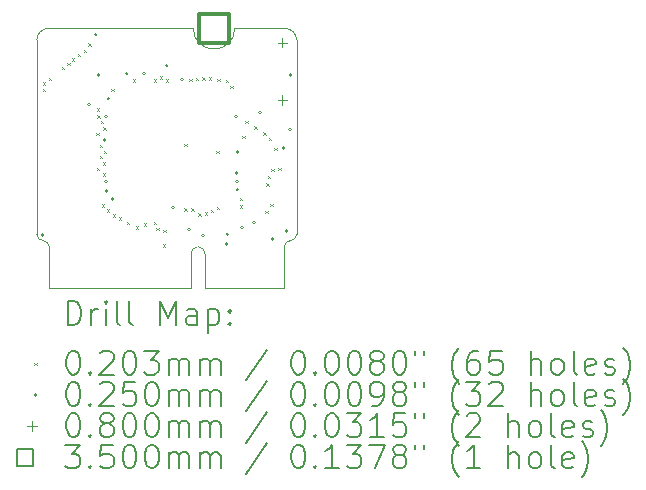
<source format=gbr>
%TF.GenerationSoftware,KiCad,Pcbnew,8.0.8*%
%TF.CreationDate,2025-02-14T18:20:21-05:00*%
%TF.ProjectId,caravel-M.2-card-QFN,63617261-7665-46c2-9d4d-2e322d636172,1*%
%TF.SameCoordinates,Original*%
%TF.FileFunction,Drillmap*%
%TF.FilePolarity,Positive*%
%FSLAX45Y45*%
G04 Gerber Fmt 4.5, Leading zero omitted, Abs format (unit mm)*
G04 Created by KiCad (PCBNEW 8.0.8) date 2025-02-14 18:20:21*
%MOMM*%
%LPD*%
G01*
G04 APERTURE LIST*
%ADD10C,0.010000*%
%ADD11C,0.200000*%
%ADD12C,0.100000*%
%ADD13C,0.350000*%
G04 APERTURE END LIST*
D10*
X6245000Y-2150000D02*
X6245000Y-3795000D01*
X6350000Y-4250000D02*
X6350000Y-3900000D01*
X7550000Y-3960000D02*
X7550000Y-4250000D01*
X7550000Y-4250000D02*
X6350000Y-4250000D01*
X7570000Y-2050000D02*
X6345000Y-2050000D01*
X7670000Y-3960000D02*
X7670000Y-4250000D01*
X8340000Y-3900000D02*
X8340000Y-4250000D01*
X8340000Y-4250000D02*
X7670000Y-4250000D01*
X8345000Y-2050000D02*
X7920000Y-2050000D01*
X8445000Y-2150000D02*
X8445000Y-3795000D01*
X6245000Y-2150000D02*
G75*
G02*
X6345000Y-2050000I100000J0D01*
G01*
X6297500Y-3847500D02*
G75*
G02*
X6245000Y-3795000I0J52500D01*
G01*
X6297500Y-3847500D02*
G75*
G02*
X6350000Y-3900000I0J-52500D01*
G01*
X7550000Y-3960000D02*
G75*
G02*
X7670000Y-3960000I60000J0D01*
G01*
X7920000Y-2050000D02*
G75*
G02*
X7570000Y-2050000I-175000J0D01*
G01*
X8340000Y-3900000D02*
G75*
G02*
X8392500Y-3847500I52500J0D01*
G01*
X8345000Y-2050000D02*
G75*
G02*
X8445000Y-2150000I0J-100000D01*
G01*
X8445000Y-3795000D02*
G75*
G02*
X8392500Y-3847500I-52500J0D01*
G01*
D11*
D12*
X6294103Y-2563145D02*
X6314423Y-2583465D01*
X6314423Y-2563145D02*
X6294103Y-2583465D01*
X6295153Y-2505505D02*
X6315473Y-2525825D01*
X6315473Y-2505505D02*
X6295153Y-2525825D01*
X6345953Y-2469945D02*
X6366273Y-2490265D01*
X6366273Y-2469945D02*
X6345953Y-2490265D01*
X6457713Y-2373425D02*
X6478033Y-2393745D01*
X6478033Y-2373425D02*
X6457713Y-2393745D01*
X6504260Y-2342506D02*
X6524580Y-2362826D01*
X6524580Y-2342506D02*
X6504260Y-2362826D01*
X6543553Y-2302774D02*
X6563873Y-2323094D01*
X6563873Y-2302774D02*
X6543553Y-2323094D01*
X6589793Y-2266745D02*
X6610113Y-2287065D01*
X6610113Y-2266745D02*
X6589793Y-2287065D01*
X6640593Y-2231185D02*
X6660913Y-2251505D01*
X6660913Y-2231185D02*
X6640593Y-2251505D01*
X6681233Y-2175305D02*
X6701553Y-2195625D01*
X6701553Y-2175305D02*
X6681233Y-2195625D01*
X6748713Y-2935145D02*
X6769033Y-2955465D01*
X6769033Y-2935145D02*
X6748713Y-2955465D01*
X6753373Y-2725805D02*
X6773693Y-2746125D01*
X6773693Y-2725805D02*
X6753373Y-2746125D01*
X6753990Y-3229868D02*
X6774310Y-3250188D01*
X6774310Y-3229868D02*
X6753990Y-3250188D01*
X6755713Y-2786145D02*
X6776033Y-2806465D01*
X6776033Y-2786145D02*
X6755713Y-2806465D01*
X6778134Y-3131724D02*
X6798454Y-3152044D01*
X6798454Y-3131724D02*
X6778134Y-3152044D01*
X6780496Y-3037570D02*
X6800816Y-3057890D01*
X6800816Y-3037570D02*
X6780496Y-3057890D01*
X6788189Y-2834840D02*
X6808509Y-2855160D01*
X6808509Y-2834840D02*
X6788189Y-2855160D01*
X6796713Y-3540145D02*
X6817033Y-3560465D01*
X6817033Y-3540145D02*
X6796713Y-3560465D01*
X6803713Y-3278275D02*
X6824033Y-3298595D01*
X6824033Y-3278275D02*
X6803713Y-3298595D01*
X6805713Y-3185145D02*
X6826033Y-3205465D01*
X6826033Y-3185145D02*
X6805713Y-3205465D01*
X6807713Y-2887145D02*
X6828033Y-2907465D01*
X6828033Y-2887145D02*
X6807713Y-2907465D01*
X6809713Y-3085145D02*
X6830033Y-3105465D01*
X6830033Y-3085145D02*
X6809713Y-3105465D01*
X6836713Y-3583145D02*
X6857033Y-3603465D01*
X6857033Y-3583145D02*
X6836713Y-3603465D01*
X6874547Y-2561978D02*
X6894867Y-2582298D01*
X6894867Y-2561978D02*
X6874547Y-2582298D01*
X6887713Y-3623145D02*
X6908033Y-3643465D01*
X6908033Y-3623145D02*
X6887713Y-3643465D01*
X6940713Y-3651145D02*
X6961033Y-3671465D01*
X6961033Y-3651145D02*
X6940713Y-3671465D01*
X7004713Y-3686145D02*
X7025033Y-3706465D01*
X7025033Y-3686145D02*
X7004713Y-3706465D01*
X7057153Y-2480145D02*
X7077473Y-2500465D01*
X7077473Y-2480145D02*
X7057153Y-2500465D01*
X7080713Y-3727145D02*
X7101033Y-3747465D01*
X7101033Y-3727145D02*
X7080713Y-3747465D01*
X7150713Y-3701145D02*
X7171033Y-3721465D01*
X7171033Y-3701145D02*
X7150713Y-3721465D01*
X7233713Y-3687645D02*
X7254033Y-3707965D01*
X7254033Y-3687645D02*
X7233713Y-3707965D01*
X7237713Y-2480145D02*
X7258033Y-2500465D01*
X7258033Y-2480145D02*
X7237713Y-2500465D01*
X7258066Y-3737939D02*
X7278386Y-3758259D01*
X7278386Y-3737939D02*
X7258066Y-3758259D01*
X7287713Y-2455145D02*
X7308033Y-2475465D01*
X7308033Y-2455145D02*
X7287713Y-2475465D01*
X7312713Y-3877275D02*
X7333033Y-3897595D01*
X7333033Y-3877275D02*
X7312713Y-3897595D01*
X7316713Y-3754145D02*
X7337033Y-3774465D01*
X7337033Y-3754145D02*
X7316713Y-3774465D01*
X7337713Y-2480145D02*
X7358033Y-2500465D01*
X7358033Y-2480145D02*
X7337713Y-2500465D01*
X7493713Y-3030145D02*
X7514033Y-3050465D01*
X7514033Y-3030145D02*
X7493713Y-3050465D01*
X7493713Y-3575145D02*
X7514033Y-3595465D01*
X7514033Y-3575145D02*
X7493713Y-3595465D01*
X7536711Y-2477213D02*
X7557031Y-2497533D01*
X7557031Y-2477213D02*
X7536711Y-2497533D01*
X7553713Y-3575145D02*
X7574033Y-3595465D01*
X7574033Y-3575145D02*
X7553713Y-3595465D01*
X7592001Y-2469116D02*
X7612321Y-2489436D01*
X7612321Y-2469116D02*
X7592001Y-2489436D01*
X7612545Y-3615559D02*
X7632865Y-3635879D01*
X7632865Y-3615559D02*
X7612545Y-3635879D01*
X7647613Y-2464177D02*
X7667933Y-2484497D01*
X7667933Y-2464177D02*
X7647613Y-2484497D01*
X7667894Y-3607867D02*
X7688214Y-3628187D01*
X7688214Y-3607867D02*
X7667894Y-3628187D01*
X7703402Y-2466328D02*
X7723722Y-2486648D01*
X7723722Y-2466328D02*
X7703402Y-2486648D01*
X7718508Y-3584186D02*
X7738828Y-3604506D01*
X7738828Y-3584186D02*
X7718508Y-3604506D01*
X7763713Y-3085145D02*
X7784033Y-3105465D01*
X7784033Y-3085145D02*
X7763713Y-3105465D01*
X7770006Y-3562494D02*
X7790326Y-3582814D01*
X7790326Y-3562494D02*
X7770006Y-3582814D01*
X7773713Y-2475145D02*
X7794033Y-2495465D01*
X7794033Y-2475145D02*
X7773713Y-2495465D01*
X7843713Y-2485145D02*
X7864033Y-2505465D01*
X7864033Y-2485145D02*
X7843713Y-2505465D01*
X7883713Y-2535145D02*
X7904033Y-2555465D01*
X7904033Y-2535145D02*
X7883713Y-2555465D01*
X7961713Y-3550145D02*
X7982033Y-3570465D01*
X7982033Y-3550145D02*
X7961713Y-3570465D01*
X7962713Y-3483145D02*
X7983033Y-3503465D01*
X7983033Y-3483145D02*
X7962713Y-3503465D01*
X7985713Y-2958145D02*
X8006033Y-2978465D01*
X8006033Y-2958145D02*
X7985713Y-2978465D01*
X8011213Y-2832645D02*
X8031533Y-2852965D01*
X8031533Y-2832645D02*
X8011213Y-2852965D01*
X8087713Y-2880145D02*
X8108033Y-2900465D01*
X8108033Y-2880145D02*
X8087713Y-2900465D01*
X8161713Y-2930145D02*
X8182033Y-2950465D01*
X8182033Y-2930145D02*
X8161713Y-2950465D01*
X8179833Y-3592625D02*
X8200153Y-3612945D01*
X8200153Y-3592625D02*
X8179833Y-3612945D01*
X8188713Y-3361145D02*
X8209033Y-3381465D01*
X8209033Y-3361145D02*
X8188713Y-3381465D01*
X8199713Y-3297145D02*
X8220033Y-3317465D01*
X8220033Y-3297145D02*
X8199713Y-3317465D01*
X8211713Y-2979145D02*
X8232033Y-2999465D01*
X8232033Y-2979145D02*
X8211713Y-2999465D01*
X8220473Y-3536745D02*
X8240793Y-3557065D01*
X8240793Y-3536745D02*
X8220473Y-3557065D01*
X8229713Y-3237145D02*
X8250033Y-3257465D01*
X8250033Y-3237145D02*
X8229713Y-3257465D01*
X8254713Y-3063145D02*
X8275033Y-3083465D01*
X8275033Y-3063145D02*
X8254713Y-3083465D01*
X8290713Y-3230145D02*
X8311033Y-3250465D01*
X8311033Y-3230145D02*
X8290713Y-3250465D01*
X6306373Y-3800305D02*
G75*
G02*
X6281373Y-3800305I-12500J0D01*
G01*
X6281373Y-3800305D02*
G75*
G02*
X6306373Y-3800305I12500J0D01*
G01*
X6698373Y-2696305D02*
G75*
G02*
X6673373Y-2696305I-12500J0D01*
G01*
X6673373Y-2696305D02*
G75*
G02*
X6698373Y-2696305I12500J0D01*
G01*
X6756373Y-2104185D02*
G75*
G02*
X6731373Y-2104185I-12500J0D01*
G01*
X6731373Y-2104185D02*
G75*
G02*
X6756373Y-2104185I12500J0D01*
G01*
X6780093Y-2444545D02*
G75*
G02*
X6755093Y-2444545I-12500J0D01*
G01*
X6755093Y-2444545D02*
G75*
G02*
X6780093Y-2444545I12500J0D01*
G01*
X6833373Y-2995305D02*
G75*
G02*
X6808373Y-2995305I-12500J0D01*
G01*
X6808373Y-2995305D02*
G75*
G02*
X6833373Y-2995305I12500J0D01*
G01*
X6843373Y-3347305D02*
G75*
G02*
X6818373Y-3347305I-12500J0D01*
G01*
X6818373Y-3347305D02*
G75*
G02*
X6843373Y-3347305I12500J0D01*
G01*
X6845373Y-2795305D02*
G75*
G02*
X6820373Y-2795305I-12500J0D01*
G01*
X6820373Y-2795305D02*
G75*
G02*
X6845373Y-2795305I12500J0D01*
G01*
X6849373Y-3429305D02*
G75*
G02*
X6824373Y-3429305I-12500J0D01*
G01*
X6824373Y-3429305D02*
G75*
G02*
X6849373Y-3429305I12500J0D01*
G01*
X6863373Y-2645305D02*
G75*
G02*
X6838373Y-2645305I-12500J0D01*
G01*
X6838373Y-2645305D02*
G75*
G02*
X6863373Y-2645305I12500J0D01*
G01*
X6898373Y-3492305D02*
G75*
G02*
X6873373Y-3492305I-12500J0D01*
G01*
X6873373Y-3492305D02*
G75*
G02*
X6898373Y-3492305I12500J0D01*
G01*
X7018853Y-2434385D02*
G75*
G02*
X6993853Y-2434385I-12500J0D01*
G01*
X6993853Y-2434385D02*
G75*
G02*
X7018853Y-2434385I12500J0D01*
G01*
X7166373Y-2435305D02*
G75*
G02*
X7141373Y-2435305I-12500J0D01*
G01*
X7141373Y-2435305D02*
G75*
G02*
X7166373Y-2435305I12500J0D01*
G01*
X7359213Y-2368345D02*
G75*
G02*
X7334213Y-2368345I-12500J0D01*
G01*
X7334213Y-2368345D02*
G75*
G02*
X7359213Y-2368345I12500J0D01*
G01*
X7410373Y-3565305D02*
G75*
G02*
X7385373Y-3565305I-12500J0D01*
G01*
X7385373Y-3565305D02*
G75*
G02*
X7410373Y-3565305I12500J0D01*
G01*
X7484886Y-2485134D02*
G75*
G02*
X7459886Y-2485134I-12500J0D01*
G01*
X7459886Y-2485134D02*
G75*
G02*
X7484886Y-2485134I12500J0D01*
G01*
X7546373Y-3755305D02*
G75*
G02*
X7521373Y-3755305I-12500J0D01*
G01*
X7521373Y-3755305D02*
G75*
G02*
X7546373Y-3755305I12500J0D01*
G01*
X7664013Y-3800905D02*
G75*
G02*
X7639013Y-3800905I-12500J0D01*
G01*
X7639013Y-3800905D02*
G75*
G02*
X7664013Y-3800905I12500J0D01*
G01*
X7864373Y-3877105D02*
G75*
G02*
X7839373Y-3877105I-12500J0D01*
G01*
X7839373Y-3877105D02*
G75*
G02*
X7864373Y-3877105I12500J0D01*
G01*
X7869753Y-3793285D02*
G75*
G02*
X7844753Y-3793285I-12500J0D01*
G01*
X7844753Y-3793285D02*
G75*
G02*
X7869753Y-3793285I12500J0D01*
G01*
X7946373Y-2795305D02*
G75*
G02*
X7921373Y-2795305I-12500J0D01*
G01*
X7921373Y-2795305D02*
G75*
G02*
X7946373Y-2795305I12500J0D01*
G01*
X7948373Y-3274305D02*
G75*
G02*
X7923373Y-3274305I-12500J0D01*
G01*
X7923373Y-3274305D02*
G75*
G02*
X7948373Y-3274305I12500J0D01*
G01*
X7953373Y-3345305D02*
G75*
G02*
X7928373Y-3345305I-12500J0D01*
G01*
X7928373Y-3345305D02*
G75*
G02*
X7953373Y-3345305I12500J0D01*
G01*
X7956373Y-3096305D02*
G75*
G02*
X7931373Y-3096305I-12500J0D01*
G01*
X7931373Y-3096305D02*
G75*
G02*
X7956373Y-3096305I12500J0D01*
G01*
X7956373Y-3415305D02*
G75*
G02*
X7931373Y-3415305I-12500J0D01*
G01*
X7931373Y-3415305D02*
G75*
G02*
X7956373Y-3415305I12500J0D01*
G01*
X7995873Y-3734805D02*
G75*
G02*
X7970873Y-3734805I-12500J0D01*
G01*
X7970873Y-3734805D02*
G75*
G02*
X7995873Y-3734805I12500J0D01*
G01*
X8096373Y-3695305D02*
G75*
G02*
X8071373Y-3695305I-12500J0D01*
G01*
X8071373Y-3695305D02*
G75*
G02*
X8096373Y-3695305I12500J0D01*
G01*
X8146373Y-2765305D02*
G75*
G02*
X8121373Y-2765305I-12500J0D01*
G01*
X8121373Y-2765305D02*
G75*
G02*
X8146373Y-2765305I12500J0D01*
G01*
X8253293Y-3831385D02*
G75*
G02*
X8228293Y-3831385I-12500J0D01*
G01*
X8228293Y-3831385D02*
G75*
G02*
X8253293Y-3831385I12500J0D01*
G01*
X8346373Y-3065305D02*
G75*
G02*
X8321373Y-3065305I-12500J0D01*
G01*
X8321373Y-3065305D02*
G75*
G02*
X8346373Y-3065305I12500J0D01*
G01*
X8372373Y-3764631D02*
G75*
G02*
X8347373Y-3764631I-12500J0D01*
G01*
X8347373Y-3764631D02*
G75*
G02*
X8372373Y-3764631I12500J0D01*
G01*
X8400613Y-2906825D02*
G75*
G02*
X8375613Y-2906825I-12500J0D01*
G01*
X8375613Y-2906825D02*
G75*
G02*
X8400613Y-2906825I12500J0D01*
G01*
X8406373Y-2445305D02*
G75*
G02*
X8381373Y-2445305I-12500J0D01*
G01*
X8381373Y-2445305D02*
G75*
G02*
X8406373Y-2445305I12500J0D01*
G01*
X8323873Y-2130305D02*
X8323873Y-2210305D01*
X8283873Y-2170305D02*
X8363873Y-2170305D01*
X8323873Y-2618305D02*
X8323873Y-2698305D01*
X8283873Y-2658305D02*
X8363873Y-2658305D01*
D13*
X7868745Y-2173745D02*
X7868745Y-1926255D01*
X7621255Y-1926255D01*
X7621255Y-2173745D01*
X7868745Y-2173745D01*
D11*
X6505277Y-4561984D02*
X6505277Y-4361984D01*
X6505277Y-4361984D02*
X6552896Y-4361984D01*
X6552896Y-4361984D02*
X6581467Y-4371508D01*
X6581467Y-4371508D02*
X6600515Y-4390555D01*
X6600515Y-4390555D02*
X6610039Y-4409603D01*
X6610039Y-4409603D02*
X6619562Y-4447698D01*
X6619562Y-4447698D02*
X6619562Y-4476270D01*
X6619562Y-4476270D02*
X6610039Y-4514365D01*
X6610039Y-4514365D02*
X6600515Y-4533412D01*
X6600515Y-4533412D02*
X6581467Y-4552460D01*
X6581467Y-4552460D02*
X6552896Y-4561984D01*
X6552896Y-4561984D02*
X6505277Y-4561984D01*
X6705277Y-4561984D02*
X6705277Y-4428650D01*
X6705277Y-4466746D02*
X6714801Y-4447698D01*
X6714801Y-4447698D02*
X6724324Y-4438174D01*
X6724324Y-4438174D02*
X6743372Y-4428650D01*
X6743372Y-4428650D02*
X6762420Y-4428650D01*
X6829086Y-4561984D02*
X6829086Y-4428650D01*
X6829086Y-4361984D02*
X6819562Y-4371508D01*
X6819562Y-4371508D02*
X6829086Y-4381031D01*
X6829086Y-4381031D02*
X6838610Y-4371508D01*
X6838610Y-4371508D02*
X6829086Y-4361984D01*
X6829086Y-4361984D02*
X6829086Y-4381031D01*
X6952896Y-4561984D02*
X6933848Y-4552460D01*
X6933848Y-4552460D02*
X6924324Y-4533412D01*
X6924324Y-4533412D02*
X6924324Y-4361984D01*
X7057658Y-4561984D02*
X7038610Y-4552460D01*
X7038610Y-4552460D02*
X7029086Y-4533412D01*
X7029086Y-4533412D02*
X7029086Y-4361984D01*
X7286229Y-4561984D02*
X7286229Y-4361984D01*
X7286229Y-4361984D02*
X7352896Y-4504841D01*
X7352896Y-4504841D02*
X7419562Y-4361984D01*
X7419562Y-4361984D02*
X7419562Y-4561984D01*
X7600515Y-4561984D02*
X7600515Y-4457222D01*
X7600515Y-4457222D02*
X7590991Y-4438174D01*
X7590991Y-4438174D02*
X7571943Y-4428650D01*
X7571943Y-4428650D02*
X7533848Y-4428650D01*
X7533848Y-4428650D02*
X7514801Y-4438174D01*
X7600515Y-4552460D02*
X7581467Y-4561984D01*
X7581467Y-4561984D02*
X7533848Y-4561984D01*
X7533848Y-4561984D02*
X7514801Y-4552460D01*
X7514801Y-4552460D02*
X7505277Y-4533412D01*
X7505277Y-4533412D02*
X7505277Y-4514365D01*
X7505277Y-4514365D02*
X7514801Y-4495317D01*
X7514801Y-4495317D02*
X7533848Y-4485793D01*
X7533848Y-4485793D02*
X7581467Y-4485793D01*
X7581467Y-4485793D02*
X7600515Y-4476270D01*
X7695753Y-4428650D02*
X7695753Y-4628650D01*
X7695753Y-4438174D02*
X7714801Y-4428650D01*
X7714801Y-4428650D02*
X7752896Y-4428650D01*
X7752896Y-4428650D02*
X7771943Y-4438174D01*
X7771943Y-4438174D02*
X7781467Y-4447698D01*
X7781467Y-4447698D02*
X7790991Y-4466746D01*
X7790991Y-4466746D02*
X7790991Y-4523889D01*
X7790991Y-4523889D02*
X7781467Y-4542936D01*
X7781467Y-4542936D02*
X7771943Y-4552460D01*
X7771943Y-4552460D02*
X7752896Y-4561984D01*
X7752896Y-4561984D02*
X7714801Y-4561984D01*
X7714801Y-4561984D02*
X7695753Y-4552460D01*
X7876705Y-4542936D02*
X7886229Y-4552460D01*
X7886229Y-4552460D02*
X7876705Y-4561984D01*
X7876705Y-4561984D02*
X7867182Y-4552460D01*
X7867182Y-4552460D02*
X7876705Y-4542936D01*
X7876705Y-4542936D02*
X7876705Y-4561984D01*
X7876705Y-4438174D02*
X7886229Y-4447698D01*
X7886229Y-4447698D02*
X7876705Y-4457222D01*
X7876705Y-4457222D02*
X7867182Y-4447698D01*
X7867182Y-4447698D02*
X7876705Y-4438174D01*
X7876705Y-4438174D02*
X7876705Y-4457222D01*
D12*
X6224180Y-4880340D02*
X6244500Y-4900660D01*
X6244500Y-4880340D02*
X6224180Y-4900660D01*
D11*
X6543372Y-4781984D02*
X6562420Y-4781984D01*
X6562420Y-4781984D02*
X6581467Y-4791508D01*
X6581467Y-4791508D02*
X6590991Y-4801031D01*
X6590991Y-4801031D02*
X6600515Y-4820079D01*
X6600515Y-4820079D02*
X6610039Y-4858174D01*
X6610039Y-4858174D02*
X6610039Y-4905793D01*
X6610039Y-4905793D02*
X6600515Y-4943889D01*
X6600515Y-4943889D02*
X6590991Y-4962936D01*
X6590991Y-4962936D02*
X6581467Y-4972460D01*
X6581467Y-4972460D02*
X6562420Y-4981984D01*
X6562420Y-4981984D02*
X6543372Y-4981984D01*
X6543372Y-4981984D02*
X6524324Y-4972460D01*
X6524324Y-4972460D02*
X6514801Y-4962936D01*
X6514801Y-4962936D02*
X6505277Y-4943889D01*
X6505277Y-4943889D02*
X6495753Y-4905793D01*
X6495753Y-4905793D02*
X6495753Y-4858174D01*
X6495753Y-4858174D02*
X6505277Y-4820079D01*
X6505277Y-4820079D02*
X6514801Y-4801031D01*
X6514801Y-4801031D02*
X6524324Y-4791508D01*
X6524324Y-4791508D02*
X6543372Y-4781984D01*
X6695753Y-4962936D02*
X6705277Y-4972460D01*
X6705277Y-4972460D02*
X6695753Y-4981984D01*
X6695753Y-4981984D02*
X6686229Y-4972460D01*
X6686229Y-4972460D02*
X6695753Y-4962936D01*
X6695753Y-4962936D02*
X6695753Y-4981984D01*
X6781467Y-4801031D02*
X6790991Y-4791508D01*
X6790991Y-4791508D02*
X6810039Y-4781984D01*
X6810039Y-4781984D02*
X6857658Y-4781984D01*
X6857658Y-4781984D02*
X6876705Y-4791508D01*
X6876705Y-4791508D02*
X6886229Y-4801031D01*
X6886229Y-4801031D02*
X6895753Y-4820079D01*
X6895753Y-4820079D02*
X6895753Y-4839127D01*
X6895753Y-4839127D02*
X6886229Y-4867698D01*
X6886229Y-4867698D02*
X6771943Y-4981984D01*
X6771943Y-4981984D02*
X6895753Y-4981984D01*
X7019562Y-4781984D02*
X7038610Y-4781984D01*
X7038610Y-4781984D02*
X7057658Y-4791508D01*
X7057658Y-4791508D02*
X7067182Y-4801031D01*
X7067182Y-4801031D02*
X7076705Y-4820079D01*
X7076705Y-4820079D02*
X7086229Y-4858174D01*
X7086229Y-4858174D02*
X7086229Y-4905793D01*
X7086229Y-4905793D02*
X7076705Y-4943889D01*
X7076705Y-4943889D02*
X7067182Y-4962936D01*
X7067182Y-4962936D02*
X7057658Y-4972460D01*
X7057658Y-4972460D02*
X7038610Y-4981984D01*
X7038610Y-4981984D02*
X7019562Y-4981984D01*
X7019562Y-4981984D02*
X7000515Y-4972460D01*
X7000515Y-4972460D02*
X6990991Y-4962936D01*
X6990991Y-4962936D02*
X6981467Y-4943889D01*
X6981467Y-4943889D02*
X6971943Y-4905793D01*
X6971943Y-4905793D02*
X6971943Y-4858174D01*
X6971943Y-4858174D02*
X6981467Y-4820079D01*
X6981467Y-4820079D02*
X6990991Y-4801031D01*
X6990991Y-4801031D02*
X7000515Y-4791508D01*
X7000515Y-4791508D02*
X7019562Y-4781984D01*
X7152896Y-4781984D02*
X7276705Y-4781984D01*
X7276705Y-4781984D02*
X7210039Y-4858174D01*
X7210039Y-4858174D02*
X7238610Y-4858174D01*
X7238610Y-4858174D02*
X7257658Y-4867698D01*
X7257658Y-4867698D02*
X7267182Y-4877222D01*
X7267182Y-4877222D02*
X7276705Y-4896270D01*
X7276705Y-4896270D02*
X7276705Y-4943889D01*
X7276705Y-4943889D02*
X7267182Y-4962936D01*
X7267182Y-4962936D02*
X7257658Y-4972460D01*
X7257658Y-4972460D02*
X7238610Y-4981984D01*
X7238610Y-4981984D02*
X7181467Y-4981984D01*
X7181467Y-4981984D02*
X7162420Y-4972460D01*
X7162420Y-4972460D02*
X7152896Y-4962936D01*
X7362420Y-4981984D02*
X7362420Y-4848650D01*
X7362420Y-4867698D02*
X7371943Y-4858174D01*
X7371943Y-4858174D02*
X7390991Y-4848650D01*
X7390991Y-4848650D02*
X7419563Y-4848650D01*
X7419563Y-4848650D02*
X7438610Y-4858174D01*
X7438610Y-4858174D02*
X7448134Y-4877222D01*
X7448134Y-4877222D02*
X7448134Y-4981984D01*
X7448134Y-4877222D02*
X7457658Y-4858174D01*
X7457658Y-4858174D02*
X7476705Y-4848650D01*
X7476705Y-4848650D02*
X7505277Y-4848650D01*
X7505277Y-4848650D02*
X7524324Y-4858174D01*
X7524324Y-4858174D02*
X7533848Y-4877222D01*
X7533848Y-4877222D02*
X7533848Y-4981984D01*
X7629086Y-4981984D02*
X7629086Y-4848650D01*
X7629086Y-4867698D02*
X7638610Y-4858174D01*
X7638610Y-4858174D02*
X7657658Y-4848650D01*
X7657658Y-4848650D02*
X7686229Y-4848650D01*
X7686229Y-4848650D02*
X7705277Y-4858174D01*
X7705277Y-4858174D02*
X7714801Y-4877222D01*
X7714801Y-4877222D02*
X7714801Y-4981984D01*
X7714801Y-4877222D02*
X7724324Y-4858174D01*
X7724324Y-4858174D02*
X7743372Y-4848650D01*
X7743372Y-4848650D02*
X7771943Y-4848650D01*
X7771943Y-4848650D02*
X7790991Y-4858174D01*
X7790991Y-4858174D02*
X7800515Y-4877222D01*
X7800515Y-4877222D02*
X7800515Y-4981984D01*
X8190991Y-4772460D02*
X8019563Y-5029603D01*
X8448134Y-4781984D02*
X8467182Y-4781984D01*
X8467182Y-4781984D02*
X8486229Y-4791508D01*
X8486229Y-4791508D02*
X8495753Y-4801031D01*
X8495753Y-4801031D02*
X8505277Y-4820079D01*
X8505277Y-4820079D02*
X8514801Y-4858174D01*
X8514801Y-4858174D02*
X8514801Y-4905793D01*
X8514801Y-4905793D02*
X8505277Y-4943889D01*
X8505277Y-4943889D02*
X8495753Y-4962936D01*
X8495753Y-4962936D02*
X8486229Y-4972460D01*
X8486229Y-4972460D02*
X8467182Y-4981984D01*
X8467182Y-4981984D02*
X8448134Y-4981984D01*
X8448134Y-4981984D02*
X8429087Y-4972460D01*
X8429087Y-4972460D02*
X8419563Y-4962936D01*
X8419563Y-4962936D02*
X8410039Y-4943889D01*
X8410039Y-4943889D02*
X8400515Y-4905793D01*
X8400515Y-4905793D02*
X8400515Y-4858174D01*
X8400515Y-4858174D02*
X8410039Y-4820079D01*
X8410039Y-4820079D02*
X8419563Y-4801031D01*
X8419563Y-4801031D02*
X8429087Y-4791508D01*
X8429087Y-4791508D02*
X8448134Y-4781984D01*
X8600515Y-4962936D02*
X8610039Y-4972460D01*
X8610039Y-4972460D02*
X8600515Y-4981984D01*
X8600515Y-4981984D02*
X8590991Y-4972460D01*
X8590991Y-4972460D02*
X8600515Y-4962936D01*
X8600515Y-4962936D02*
X8600515Y-4981984D01*
X8733848Y-4781984D02*
X8752896Y-4781984D01*
X8752896Y-4781984D02*
X8771944Y-4791508D01*
X8771944Y-4791508D02*
X8781468Y-4801031D01*
X8781468Y-4801031D02*
X8790991Y-4820079D01*
X8790991Y-4820079D02*
X8800515Y-4858174D01*
X8800515Y-4858174D02*
X8800515Y-4905793D01*
X8800515Y-4905793D02*
X8790991Y-4943889D01*
X8790991Y-4943889D02*
X8781468Y-4962936D01*
X8781468Y-4962936D02*
X8771944Y-4972460D01*
X8771944Y-4972460D02*
X8752896Y-4981984D01*
X8752896Y-4981984D02*
X8733848Y-4981984D01*
X8733848Y-4981984D02*
X8714801Y-4972460D01*
X8714801Y-4972460D02*
X8705277Y-4962936D01*
X8705277Y-4962936D02*
X8695753Y-4943889D01*
X8695753Y-4943889D02*
X8686229Y-4905793D01*
X8686229Y-4905793D02*
X8686229Y-4858174D01*
X8686229Y-4858174D02*
X8695753Y-4820079D01*
X8695753Y-4820079D02*
X8705277Y-4801031D01*
X8705277Y-4801031D02*
X8714801Y-4791508D01*
X8714801Y-4791508D02*
X8733848Y-4781984D01*
X8924325Y-4781984D02*
X8943372Y-4781984D01*
X8943372Y-4781984D02*
X8962420Y-4791508D01*
X8962420Y-4791508D02*
X8971944Y-4801031D01*
X8971944Y-4801031D02*
X8981468Y-4820079D01*
X8981468Y-4820079D02*
X8990991Y-4858174D01*
X8990991Y-4858174D02*
X8990991Y-4905793D01*
X8990991Y-4905793D02*
X8981468Y-4943889D01*
X8981468Y-4943889D02*
X8971944Y-4962936D01*
X8971944Y-4962936D02*
X8962420Y-4972460D01*
X8962420Y-4972460D02*
X8943372Y-4981984D01*
X8943372Y-4981984D02*
X8924325Y-4981984D01*
X8924325Y-4981984D02*
X8905277Y-4972460D01*
X8905277Y-4972460D02*
X8895753Y-4962936D01*
X8895753Y-4962936D02*
X8886229Y-4943889D01*
X8886229Y-4943889D02*
X8876706Y-4905793D01*
X8876706Y-4905793D02*
X8876706Y-4858174D01*
X8876706Y-4858174D02*
X8886229Y-4820079D01*
X8886229Y-4820079D02*
X8895753Y-4801031D01*
X8895753Y-4801031D02*
X8905277Y-4791508D01*
X8905277Y-4791508D02*
X8924325Y-4781984D01*
X9105277Y-4867698D02*
X9086229Y-4858174D01*
X9086229Y-4858174D02*
X9076706Y-4848650D01*
X9076706Y-4848650D02*
X9067182Y-4829603D01*
X9067182Y-4829603D02*
X9067182Y-4820079D01*
X9067182Y-4820079D02*
X9076706Y-4801031D01*
X9076706Y-4801031D02*
X9086229Y-4791508D01*
X9086229Y-4791508D02*
X9105277Y-4781984D01*
X9105277Y-4781984D02*
X9143372Y-4781984D01*
X9143372Y-4781984D02*
X9162420Y-4791508D01*
X9162420Y-4791508D02*
X9171944Y-4801031D01*
X9171944Y-4801031D02*
X9181468Y-4820079D01*
X9181468Y-4820079D02*
X9181468Y-4829603D01*
X9181468Y-4829603D02*
X9171944Y-4848650D01*
X9171944Y-4848650D02*
X9162420Y-4858174D01*
X9162420Y-4858174D02*
X9143372Y-4867698D01*
X9143372Y-4867698D02*
X9105277Y-4867698D01*
X9105277Y-4867698D02*
X9086229Y-4877222D01*
X9086229Y-4877222D02*
X9076706Y-4886746D01*
X9076706Y-4886746D02*
X9067182Y-4905793D01*
X9067182Y-4905793D02*
X9067182Y-4943889D01*
X9067182Y-4943889D02*
X9076706Y-4962936D01*
X9076706Y-4962936D02*
X9086229Y-4972460D01*
X9086229Y-4972460D02*
X9105277Y-4981984D01*
X9105277Y-4981984D02*
X9143372Y-4981984D01*
X9143372Y-4981984D02*
X9162420Y-4972460D01*
X9162420Y-4972460D02*
X9171944Y-4962936D01*
X9171944Y-4962936D02*
X9181468Y-4943889D01*
X9181468Y-4943889D02*
X9181468Y-4905793D01*
X9181468Y-4905793D02*
X9171944Y-4886746D01*
X9171944Y-4886746D02*
X9162420Y-4877222D01*
X9162420Y-4877222D02*
X9143372Y-4867698D01*
X9305277Y-4781984D02*
X9324325Y-4781984D01*
X9324325Y-4781984D02*
X9343372Y-4791508D01*
X9343372Y-4791508D02*
X9352896Y-4801031D01*
X9352896Y-4801031D02*
X9362420Y-4820079D01*
X9362420Y-4820079D02*
X9371944Y-4858174D01*
X9371944Y-4858174D02*
X9371944Y-4905793D01*
X9371944Y-4905793D02*
X9362420Y-4943889D01*
X9362420Y-4943889D02*
X9352896Y-4962936D01*
X9352896Y-4962936D02*
X9343372Y-4972460D01*
X9343372Y-4972460D02*
X9324325Y-4981984D01*
X9324325Y-4981984D02*
X9305277Y-4981984D01*
X9305277Y-4981984D02*
X9286229Y-4972460D01*
X9286229Y-4972460D02*
X9276706Y-4962936D01*
X9276706Y-4962936D02*
X9267182Y-4943889D01*
X9267182Y-4943889D02*
X9257658Y-4905793D01*
X9257658Y-4905793D02*
X9257658Y-4858174D01*
X9257658Y-4858174D02*
X9267182Y-4820079D01*
X9267182Y-4820079D02*
X9276706Y-4801031D01*
X9276706Y-4801031D02*
X9286229Y-4791508D01*
X9286229Y-4791508D02*
X9305277Y-4781984D01*
X9448134Y-4781984D02*
X9448134Y-4820079D01*
X9524325Y-4781984D02*
X9524325Y-4820079D01*
X9819563Y-5058174D02*
X9810039Y-5048650D01*
X9810039Y-5048650D02*
X9790991Y-5020079D01*
X9790991Y-5020079D02*
X9781468Y-5001031D01*
X9781468Y-5001031D02*
X9771944Y-4972460D01*
X9771944Y-4972460D02*
X9762420Y-4924841D01*
X9762420Y-4924841D02*
X9762420Y-4886746D01*
X9762420Y-4886746D02*
X9771944Y-4839127D01*
X9771944Y-4839127D02*
X9781468Y-4810555D01*
X9781468Y-4810555D02*
X9790991Y-4791508D01*
X9790991Y-4791508D02*
X9810039Y-4762936D01*
X9810039Y-4762936D02*
X9819563Y-4753412D01*
X9981468Y-4781984D02*
X9943372Y-4781984D01*
X9943372Y-4781984D02*
X9924325Y-4791508D01*
X9924325Y-4791508D02*
X9914801Y-4801031D01*
X9914801Y-4801031D02*
X9895753Y-4829603D01*
X9895753Y-4829603D02*
X9886230Y-4867698D01*
X9886230Y-4867698D02*
X9886230Y-4943889D01*
X9886230Y-4943889D02*
X9895753Y-4962936D01*
X9895753Y-4962936D02*
X9905277Y-4972460D01*
X9905277Y-4972460D02*
X9924325Y-4981984D01*
X9924325Y-4981984D02*
X9962420Y-4981984D01*
X9962420Y-4981984D02*
X9981468Y-4972460D01*
X9981468Y-4972460D02*
X9990991Y-4962936D01*
X9990991Y-4962936D02*
X10000515Y-4943889D01*
X10000515Y-4943889D02*
X10000515Y-4896270D01*
X10000515Y-4896270D02*
X9990991Y-4877222D01*
X9990991Y-4877222D02*
X9981468Y-4867698D01*
X9981468Y-4867698D02*
X9962420Y-4858174D01*
X9962420Y-4858174D02*
X9924325Y-4858174D01*
X9924325Y-4858174D02*
X9905277Y-4867698D01*
X9905277Y-4867698D02*
X9895753Y-4877222D01*
X9895753Y-4877222D02*
X9886230Y-4896270D01*
X10181468Y-4781984D02*
X10086230Y-4781984D01*
X10086230Y-4781984D02*
X10076706Y-4877222D01*
X10076706Y-4877222D02*
X10086230Y-4867698D01*
X10086230Y-4867698D02*
X10105277Y-4858174D01*
X10105277Y-4858174D02*
X10152896Y-4858174D01*
X10152896Y-4858174D02*
X10171944Y-4867698D01*
X10171944Y-4867698D02*
X10181468Y-4877222D01*
X10181468Y-4877222D02*
X10190991Y-4896270D01*
X10190991Y-4896270D02*
X10190991Y-4943889D01*
X10190991Y-4943889D02*
X10181468Y-4962936D01*
X10181468Y-4962936D02*
X10171944Y-4972460D01*
X10171944Y-4972460D02*
X10152896Y-4981984D01*
X10152896Y-4981984D02*
X10105277Y-4981984D01*
X10105277Y-4981984D02*
X10086230Y-4972460D01*
X10086230Y-4972460D02*
X10076706Y-4962936D01*
X10429087Y-4981984D02*
X10429087Y-4781984D01*
X10514801Y-4981984D02*
X10514801Y-4877222D01*
X10514801Y-4877222D02*
X10505277Y-4858174D01*
X10505277Y-4858174D02*
X10486230Y-4848650D01*
X10486230Y-4848650D02*
X10457658Y-4848650D01*
X10457658Y-4848650D02*
X10438611Y-4858174D01*
X10438611Y-4858174D02*
X10429087Y-4867698D01*
X10638611Y-4981984D02*
X10619563Y-4972460D01*
X10619563Y-4972460D02*
X10610039Y-4962936D01*
X10610039Y-4962936D02*
X10600515Y-4943889D01*
X10600515Y-4943889D02*
X10600515Y-4886746D01*
X10600515Y-4886746D02*
X10610039Y-4867698D01*
X10610039Y-4867698D02*
X10619563Y-4858174D01*
X10619563Y-4858174D02*
X10638611Y-4848650D01*
X10638611Y-4848650D02*
X10667182Y-4848650D01*
X10667182Y-4848650D02*
X10686230Y-4858174D01*
X10686230Y-4858174D02*
X10695753Y-4867698D01*
X10695753Y-4867698D02*
X10705277Y-4886746D01*
X10705277Y-4886746D02*
X10705277Y-4943889D01*
X10705277Y-4943889D02*
X10695753Y-4962936D01*
X10695753Y-4962936D02*
X10686230Y-4972460D01*
X10686230Y-4972460D02*
X10667182Y-4981984D01*
X10667182Y-4981984D02*
X10638611Y-4981984D01*
X10819563Y-4981984D02*
X10800515Y-4972460D01*
X10800515Y-4972460D02*
X10790992Y-4953412D01*
X10790992Y-4953412D02*
X10790992Y-4781984D01*
X10971944Y-4972460D02*
X10952896Y-4981984D01*
X10952896Y-4981984D02*
X10914801Y-4981984D01*
X10914801Y-4981984D02*
X10895753Y-4972460D01*
X10895753Y-4972460D02*
X10886230Y-4953412D01*
X10886230Y-4953412D02*
X10886230Y-4877222D01*
X10886230Y-4877222D02*
X10895753Y-4858174D01*
X10895753Y-4858174D02*
X10914801Y-4848650D01*
X10914801Y-4848650D02*
X10952896Y-4848650D01*
X10952896Y-4848650D02*
X10971944Y-4858174D01*
X10971944Y-4858174D02*
X10981468Y-4877222D01*
X10981468Y-4877222D02*
X10981468Y-4896270D01*
X10981468Y-4896270D02*
X10886230Y-4915317D01*
X11057658Y-4972460D02*
X11076706Y-4981984D01*
X11076706Y-4981984D02*
X11114801Y-4981984D01*
X11114801Y-4981984D02*
X11133849Y-4972460D01*
X11133849Y-4972460D02*
X11143373Y-4953412D01*
X11143373Y-4953412D02*
X11143373Y-4943889D01*
X11143373Y-4943889D02*
X11133849Y-4924841D01*
X11133849Y-4924841D02*
X11114801Y-4915317D01*
X11114801Y-4915317D02*
X11086230Y-4915317D01*
X11086230Y-4915317D02*
X11067182Y-4905793D01*
X11067182Y-4905793D02*
X11057658Y-4886746D01*
X11057658Y-4886746D02*
X11057658Y-4877222D01*
X11057658Y-4877222D02*
X11067182Y-4858174D01*
X11067182Y-4858174D02*
X11086230Y-4848650D01*
X11086230Y-4848650D02*
X11114801Y-4848650D01*
X11114801Y-4848650D02*
X11133849Y-4858174D01*
X11210039Y-5058174D02*
X11219563Y-5048650D01*
X11219563Y-5048650D02*
X11238611Y-5020079D01*
X11238611Y-5020079D02*
X11248134Y-5001031D01*
X11248134Y-5001031D02*
X11257658Y-4972460D01*
X11257658Y-4972460D02*
X11267182Y-4924841D01*
X11267182Y-4924841D02*
X11267182Y-4886746D01*
X11267182Y-4886746D02*
X11257658Y-4839127D01*
X11257658Y-4839127D02*
X11248134Y-4810555D01*
X11248134Y-4810555D02*
X11238611Y-4791508D01*
X11238611Y-4791508D02*
X11219563Y-4762936D01*
X11219563Y-4762936D02*
X11210039Y-4753412D01*
D12*
X6244500Y-5154500D02*
G75*
G02*
X6219500Y-5154500I-12500J0D01*
G01*
X6219500Y-5154500D02*
G75*
G02*
X6244500Y-5154500I12500J0D01*
G01*
D11*
X6543372Y-5045984D02*
X6562420Y-5045984D01*
X6562420Y-5045984D02*
X6581467Y-5055508D01*
X6581467Y-5055508D02*
X6590991Y-5065031D01*
X6590991Y-5065031D02*
X6600515Y-5084079D01*
X6600515Y-5084079D02*
X6610039Y-5122174D01*
X6610039Y-5122174D02*
X6610039Y-5169793D01*
X6610039Y-5169793D02*
X6600515Y-5207889D01*
X6600515Y-5207889D02*
X6590991Y-5226936D01*
X6590991Y-5226936D02*
X6581467Y-5236460D01*
X6581467Y-5236460D02*
X6562420Y-5245984D01*
X6562420Y-5245984D02*
X6543372Y-5245984D01*
X6543372Y-5245984D02*
X6524324Y-5236460D01*
X6524324Y-5236460D02*
X6514801Y-5226936D01*
X6514801Y-5226936D02*
X6505277Y-5207889D01*
X6505277Y-5207889D02*
X6495753Y-5169793D01*
X6495753Y-5169793D02*
X6495753Y-5122174D01*
X6495753Y-5122174D02*
X6505277Y-5084079D01*
X6505277Y-5084079D02*
X6514801Y-5065031D01*
X6514801Y-5065031D02*
X6524324Y-5055508D01*
X6524324Y-5055508D02*
X6543372Y-5045984D01*
X6695753Y-5226936D02*
X6705277Y-5236460D01*
X6705277Y-5236460D02*
X6695753Y-5245984D01*
X6695753Y-5245984D02*
X6686229Y-5236460D01*
X6686229Y-5236460D02*
X6695753Y-5226936D01*
X6695753Y-5226936D02*
X6695753Y-5245984D01*
X6781467Y-5065031D02*
X6790991Y-5055508D01*
X6790991Y-5055508D02*
X6810039Y-5045984D01*
X6810039Y-5045984D02*
X6857658Y-5045984D01*
X6857658Y-5045984D02*
X6876705Y-5055508D01*
X6876705Y-5055508D02*
X6886229Y-5065031D01*
X6886229Y-5065031D02*
X6895753Y-5084079D01*
X6895753Y-5084079D02*
X6895753Y-5103127D01*
X6895753Y-5103127D02*
X6886229Y-5131698D01*
X6886229Y-5131698D02*
X6771943Y-5245984D01*
X6771943Y-5245984D02*
X6895753Y-5245984D01*
X7076705Y-5045984D02*
X6981467Y-5045984D01*
X6981467Y-5045984D02*
X6971943Y-5141222D01*
X6971943Y-5141222D02*
X6981467Y-5131698D01*
X6981467Y-5131698D02*
X7000515Y-5122174D01*
X7000515Y-5122174D02*
X7048134Y-5122174D01*
X7048134Y-5122174D02*
X7067182Y-5131698D01*
X7067182Y-5131698D02*
X7076705Y-5141222D01*
X7076705Y-5141222D02*
X7086229Y-5160270D01*
X7086229Y-5160270D02*
X7086229Y-5207889D01*
X7086229Y-5207889D02*
X7076705Y-5226936D01*
X7076705Y-5226936D02*
X7067182Y-5236460D01*
X7067182Y-5236460D02*
X7048134Y-5245984D01*
X7048134Y-5245984D02*
X7000515Y-5245984D01*
X7000515Y-5245984D02*
X6981467Y-5236460D01*
X6981467Y-5236460D02*
X6971943Y-5226936D01*
X7210039Y-5045984D02*
X7229086Y-5045984D01*
X7229086Y-5045984D02*
X7248134Y-5055508D01*
X7248134Y-5055508D02*
X7257658Y-5065031D01*
X7257658Y-5065031D02*
X7267182Y-5084079D01*
X7267182Y-5084079D02*
X7276705Y-5122174D01*
X7276705Y-5122174D02*
X7276705Y-5169793D01*
X7276705Y-5169793D02*
X7267182Y-5207889D01*
X7267182Y-5207889D02*
X7257658Y-5226936D01*
X7257658Y-5226936D02*
X7248134Y-5236460D01*
X7248134Y-5236460D02*
X7229086Y-5245984D01*
X7229086Y-5245984D02*
X7210039Y-5245984D01*
X7210039Y-5245984D02*
X7190991Y-5236460D01*
X7190991Y-5236460D02*
X7181467Y-5226936D01*
X7181467Y-5226936D02*
X7171943Y-5207889D01*
X7171943Y-5207889D02*
X7162420Y-5169793D01*
X7162420Y-5169793D02*
X7162420Y-5122174D01*
X7162420Y-5122174D02*
X7171943Y-5084079D01*
X7171943Y-5084079D02*
X7181467Y-5065031D01*
X7181467Y-5065031D02*
X7190991Y-5055508D01*
X7190991Y-5055508D02*
X7210039Y-5045984D01*
X7362420Y-5245984D02*
X7362420Y-5112650D01*
X7362420Y-5131698D02*
X7371943Y-5122174D01*
X7371943Y-5122174D02*
X7390991Y-5112650D01*
X7390991Y-5112650D02*
X7419563Y-5112650D01*
X7419563Y-5112650D02*
X7438610Y-5122174D01*
X7438610Y-5122174D02*
X7448134Y-5141222D01*
X7448134Y-5141222D02*
X7448134Y-5245984D01*
X7448134Y-5141222D02*
X7457658Y-5122174D01*
X7457658Y-5122174D02*
X7476705Y-5112650D01*
X7476705Y-5112650D02*
X7505277Y-5112650D01*
X7505277Y-5112650D02*
X7524324Y-5122174D01*
X7524324Y-5122174D02*
X7533848Y-5141222D01*
X7533848Y-5141222D02*
X7533848Y-5245984D01*
X7629086Y-5245984D02*
X7629086Y-5112650D01*
X7629086Y-5131698D02*
X7638610Y-5122174D01*
X7638610Y-5122174D02*
X7657658Y-5112650D01*
X7657658Y-5112650D02*
X7686229Y-5112650D01*
X7686229Y-5112650D02*
X7705277Y-5122174D01*
X7705277Y-5122174D02*
X7714801Y-5141222D01*
X7714801Y-5141222D02*
X7714801Y-5245984D01*
X7714801Y-5141222D02*
X7724324Y-5122174D01*
X7724324Y-5122174D02*
X7743372Y-5112650D01*
X7743372Y-5112650D02*
X7771943Y-5112650D01*
X7771943Y-5112650D02*
X7790991Y-5122174D01*
X7790991Y-5122174D02*
X7800515Y-5141222D01*
X7800515Y-5141222D02*
X7800515Y-5245984D01*
X8190991Y-5036460D02*
X8019563Y-5293603D01*
X8448134Y-5045984D02*
X8467182Y-5045984D01*
X8467182Y-5045984D02*
X8486229Y-5055508D01*
X8486229Y-5055508D02*
X8495753Y-5065031D01*
X8495753Y-5065031D02*
X8505277Y-5084079D01*
X8505277Y-5084079D02*
X8514801Y-5122174D01*
X8514801Y-5122174D02*
X8514801Y-5169793D01*
X8514801Y-5169793D02*
X8505277Y-5207889D01*
X8505277Y-5207889D02*
X8495753Y-5226936D01*
X8495753Y-5226936D02*
X8486229Y-5236460D01*
X8486229Y-5236460D02*
X8467182Y-5245984D01*
X8467182Y-5245984D02*
X8448134Y-5245984D01*
X8448134Y-5245984D02*
X8429087Y-5236460D01*
X8429087Y-5236460D02*
X8419563Y-5226936D01*
X8419563Y-5226936D02*
X8410039Y-5207889D01*
X8410039Y-5207889D02*
X8400515Y-5169793D01*
X8400515Y-5169793D02*
X8400515Y-5122174D01*
X8400515Y-5122174D02*
X8410039Y-5084079D01*
X8410039Y-5084079D02*
X8419563Y-5065031D01*
X8419563Y-5065031D02*
X8429087Y-5055508D01*
X8429087Y-5055508D02*
X8448134Y-5045984D01*
X8600515Y-5226936D02*
X8610039Y-5236460D01*
X8610039Y-5236460D02*
X8600515Y-5245984D01*
X8600515Y-5245984D02*
X8590991Y-5236460D01*
X8590991Y-5236460D02*
X8600515Y-5226936D01*
X8600515Y-5226936D02*
X8600515Y-5245984D01*
X8733848Y-5045984D02*
X8752896Y-5045984D01*
X8752896Y-5045984D02*
X8771944Y-5055508D01*
X8771944Y-5055508D02*
X8781468Y-5065031D01*
X8781468Y-5065031D02*
X8790991Y-5084079D01*
X8790991Y-5084079D02*
X8800515Y-5122174D01*
X8800515Y-5122174D02*
X8800515Y-5169793D01*
X8800515Y-5169793D02*
X8790991Y-5207889D01*
X8790991Y-5207889D02*
X8781468Y-5226936D01*
X8781468Y-5226936D02*
X8771944Y-5236460D01*
X8771944Y-5236460D02*
X8752896Y-5245984D01*
X8752896Y-5245984D02*
X8733848Y-5245984D01*
X8733848Y-5245984D02*
X8714801Y-5236460D01*
X8714801Y-5236460D02*
X8705277Y-5226936D01*
X8705277Y-5226936D02*
X8695753Y-5207889D01*
X8695753Y-5207889D02*
X8686229Y-5169793D01*
X8686229Y-5169793D02*
X8686229Y-5122174D01*
X8686229Y-5122174D02*
X8695753Y-5084079D01*
X8695753Y-5084079D02*
X8705277Y-5065031D01*
X8705277Y-5065031D02*
X8714801Y-5055508D01*
X8714801Y-5055508D02*
X8733848Y-5045984D01*
X8924325Y-5045984D02*
X8943372Y-5045984D01*
X8943372Y-5045984D02*
X8962420Y-5055508D01*
X8962420Y-5055508D02*
X8971944Y-5065031D01*
X8971944Y-5065031D02*
X8981468Y-5084079D01*
X8981468Y-5084079D02*
X8990991Y-5122174D01*
X8990991Y-5122174D02*
X8990991Y-5169793D01*
X8990991Y-5169793D02*
X8981468Y-5207889D01*
X8981468Y-5207889D02*
X8971944Y-5226936D01*
X8971944Y-5226936D02*
X8962420Y-5236460D01*
X8962420Y-5236460D02*
X8943372Y-5245984D01*
X8943372Y-5245984D02*
X8924325Y-5245984D01*
X8924325Y-5245984D02*
X8905277Y-5236460D01*
X8905277Y-5236460D02*
X8895753Y-5226936D01*
X8895753Y-5226936D02*
X8886229Y-5207889D01*
X8886229Y-5207889D02*
X8876706Y-5169793D01*
X8876706Y-5169793D02*
X8876706Y-5122174D01*
X8876706Y-5122174D02*
X8886229Y-5084079D01*
X8886229Y-5084079D02*
X8895753Y-5065031D01*
X8895753Y-5065031D02*
X8905277Y-5055508D01*
X8905277Y-5055508D02*
X8924325Y-5045984D01*
X9086229Y-5245984D02*
X9124325Y-5245984D01*
X9124325Y-5245984D02*
X9143372Y-5236460D01*
X9143372Y-5236460D02*
X9152896Y-5226936D01*
X9152896Y-5226936D02*
X9171944Y-5198365D01*
X9171944Y-5198365D02*
X9181468Y-5160270D01*
X9181468Y-5160270D02*
X9181468Y-5084079D01*
X9181468Y-5084079D02*
X9171944Y-5065031D01*
X9171944Y-5065031D02*
X9162420Y-5055508D01*
X9162420Y-5055508D02*
X9143372Y-5045984D01*
X9143372Y-5045984D02*
X9105277Y-5045984D01*
X9105277Y-5045984D02*
X9086229Y-5055508D01*
X9086229Y-5055508D02*
X9076706Y-5065031D01*
X9076706Y-5065031D02*
X9067182Y-5084079D01*
X9067182Y-5084079D02*
X9067182Y-5131698D01*
X9067182Y-5131698D02*
X9076706Y-5150746D01*
X9076706Y-5150746D02*
X9086229Y-5160270D01*
X9086229Y-5160270D02*
X9105277Y-5169793D01*
X9105277Y-5169793D02*
X9143372Y-5169793D01*
X9143372Y-5169793D02*
X9162420Y-5160270D01*
X9162420Y-5160270D02*
X9171944Y-5150746D01*
X9171944Y-5150746D02*
X9181468Y-5131698D01*
X9295753Y-5131698D02*
X9276706Y-5122174D01*
X9276706Y-5122174D02*
X9267182Y-5112650D01*
X9267182Y-5112650D02*
X9257658Y-5093603D01*
X9257658Y-5093603D02*
X9257658Y-5084079D01*
X9257658Y-5084079D02*
X9267182Y-5065031D01*
X9267182Y-5065031D02*
X9276706Y-5055508D01*
X9276706Y-5055508D02*
X9295753Y-5045984D01*
X9295753Y-5045984D02*
X9333849Y-5045984D01*
X9333849Y-5045984D02*
X9352896Y-5055508D01*
X9352896Y-5055508D02*
X9362420Y-5065031D01*
X9362420Y-5065031D02*
X9371944Y-5084079D01*
X9371944Y-5084079D02*
X9371944Y-5093603D01*
X9371944Y-5093603D02*
X9362420Y-5112650D01*
X9362420Y-5112650D02*
X9352896Y-5122174D01*
X9352896Y-5122174D02*
X9333849Y-5131698D01*
X9333849Y-5131698D02*
X9295753Y-5131698D01*
X9295753Y-5131698D02*
X9276706Y-5141222D01*
X9276706Y-5141222D02*
X9267182Y-5150746D01*
X9267182Y-5150746D02*
X9257658Y-5169793D01*
X9257658Y-5169793D02*
X9257658Y-5207889D01*
X9257658Y-5207889D02*
X9267182Y-5226936D01*
X9267182Y-5226936D02*
X9276706Y-5236460D01*
X9276706Y-5236460D02*
X9295753Y-5245984D01*
X9295753Y-5245984D02*
X9333849Y-5245984D01*
X9333849Y-5245984D02*
X9352896Y-5236460D01*
X9352896Y-5236460D02*
X9362420Y-5226936D01*
X9362420Y-5226936D02*
X9371944Y-5207889D01*
X9371944Y-5207889D02*
X9371944Y-5169793D01*
X9371944Y-5169793D02*
X9362420Y-5150746D01*
X9362420Y-5150746D02*
X9352896Y-5141222D01*
X9352896Y-5141222D02*
X9333849Y-5131698D01*
X9448134Y-5045984D02*
X9448134Y-5084079D01*
X9524325Y-5045984D02*
X9524325Y-5084079D01*
X9819563Y-5322174D02*
X9810039Y-5312650D01*
X9810039Y-5312650D02*
X9790991Y-5284079D01*
X9790991Y-5284079D02*
X9781468Y-5265031D01*
X9781468Y-5265031D02*
X9771944Y-5236460D01*
X9771944Y-5236460D02*
X9762420Y-5188841D01*
X9762420Y-5188841D02*
X9762420Y-5150746D01*
X9762420Y-5150746D02*
X9771944Y-5103127D01*
X9771944Y-5103127D02*
X9781468Y-5074555D01*
X9781468Y-5074555D02*
X9790991Y-5055508D01*
X9790991Y-5055508D02*
X9810039Y-5026936D01*
X9810039Y-5026936D02*
X9819563Y-5017412D01*
X9876706Y-5045984D02*
X10000515Y-5045984D01*
X10000515Y-5045984D02*
X9933849Y-5122174D01*
X9933849Y-5122174D02*
X9962420Y-5122174D01*
X9962420Y-5122174D02*
X9981468Y-5131698D01*
X9981468Y-5131698D02*
X9990991Y-5141222D01*
X9990991Y-5141222D02*
X10000515Y-5160270D01*
X10000515Y-5160270D02*
X10000515Y-5207889D01*
X10000515Y-5207889D02*
X9990991Y-5226936D01*
X9990991Y-5226936D02*
X9981468Y-5236460D01*
X9981468Y-5236460D02*
X9962420Y-5245984D01*
X9962420Y-5245984D02*
X9905277Y-5245984D01*
X9905277Y-5245984D02*
X9886230Y-5236460D01*
X9886230Y-5236460D02*
X9876706Y-5226936D01*
X10076706Y-5065031D02*
X10086230Y-5055508D01*
X10086230Y-5055508D02*
X10105277Y-5045984D01*
X10105277Y-5045984D02*
X10152896Y-5045984D01*
X10152896Y-5045984D02*
X10171944Y-5055508D01*
X10171944Y-5055508D02*
X10181468Y-5065031D01*
X10181468Y-5065031D02*
X10190991Y-5084079D01*
X10190991Y-5084079D02*
X10190991Y-5103127D01*
X10190991Y-5103127D02*
X10181468Y-5131698D01*
X10181468Y-5131698D02*
X10067182Y-5245984D01*
X10067182Y-5245984D02*
X10190991Y-5245984D01*
X10429087Y-5245984D02*
X10429087Y-5045984D01*
X10514801Y-5245984D02*
X10514801Y-5141222D01*
X10514801Y-5141222D02*
X10505277Y-5122174D01*
X10505277Y-5122174D02*
X10486230Y-5112650D01*
X10486230Y-5112650D02*
X10457658Y-5112650D01*
X10457658Y-5112650D02*
X10438611Y-5122174D01*
X10438611Y-5122174D02*
X10429087Y-5131698D01*
X10638611Y-5245984D02*
X10619563Y-5236460D01*
X10619563Y-5236460D02*
X10610039Y-5226936D01*
X10610039Y-5226936D02*
X10600515Y-5207889D01*
X10600515Y-5207889D02*
X10600515Y-5150746D01*
X10600515Y-5150746D02*
X10610039Y-5131698D01*
X10610039Y-5131698D02*
X10619563Y-5122174D01*
X10619563Y-5122174D02*
X10638611Y-5112650D01*
X10638611Y-5112650D02*
X10667182Y-5112650D01*
X10667182Y-5112650D02*
X10686230Y-5122174D01*
X10686230Y-5122174D02*
X10695753Y-5131698D01*
X10695753Y-5131698D02*
X10705277Y-5150746D01*
X10705277Y-5150746D02*
X10705277Y-5207889D01*
X10705277Y-5207889D02*
X10695753Y-5226936D01*
X10695753Y-5226936D02*
X10686230Y-5236460D01*
X10686230Y-5236460D02*
X10667182Y-5245984D01*
X10667182Y-5245984D02*
X10638611Y-5245984D01*
X10819563Y-5245984D02*
X10800515Y-5236460D01*
X10800515Y-5236460D02*
X10790992Y-5217412D01*
X10790992Y-5217412D02*
X10790992Y-5045984D01*
X10971944Y-5236460D02*
X10952896Y-5245984D01*
X10952896Y-5245984D02*
X10914801Y-5245984D01*
X10914801Y-5245984D02*
X10895753Y-5236460D01*
X10895753Y-5236460D02*
X10886230Y-5217412D01*
X10886230Y-5217412D02*
X10886230Y-5141222D01*
X10886230Y-5141222D02*
X10895753Y-5122174D01*
X10895753Y-5122174D02*
X10914801Y-5112650D01*
X10914801Y-5112650D02*
X10952896Y-5112650D01*
X10952896Y-5112650D02*
X10971944Y-5122174D01*
X10971944Y-5122174D02*
X10981468Y-5141222D01*
X10981468Y-5141222D02*
X10981468Y-5160270D01*
X10981468Y-5160270D02*
X10886230Y-5179317D01*
X11057658Y-5236460D02*
X11076706Y-5245984D01*
X11076706Y-5245984D02*
X11114801Y-5245984D01*
X11114801Y-5245984D02*
X11133849Y-5236460D01*
X11133849Y-5236460D02*
X11143373Y-5217412D01*
X11143373Y-5217412D02*
X11143373Y-5207889D01*
X11143373Y-5207889D02*
X11133849Y-5188841D01*
X11133849Y-5188841D02*
X11114801Y-5179317D01*
X11114801Y-5179317D02*
X11086230Y-5179317D01*
X11086230Y-5179317D02*
X11067182Y-5169793D01*
X11067182Y-5169793D02*
X11057658Y-5150746D01*
X11057658Y-5150746D02*
X11057658Y-5141222D01*
X11057658Y-5141222D02*
X11067182Y-5122174D01*
X11067182Y-5122174D02*
X11086230Y-5112650D01*
X11086230Y-5112650D02*
X11114801Y-5112650D01*
X11114801Y-5112650D02*
X11133849Y-5122174D01*
X11210039Y-5322174D02*
X11219563Y-5312650D01*
X11219563Y-5312650D02*
X11238611Y-5284079D01*
X11238611Y-5284079D02*
X11248134Y-5265031D01*
X11248134Y-5265031D02*
X11257658Y-5236460D01*
X11257658Y-5236460D02*
X11267182Y-5188841D01*
X11267182Y-5188841D02*
X11267182Y-5150746D01*
X11267182Y-5150746D02*
X11257658Y-5103127D01*
X11257658Y-5103127D02*
X11248134Y-5074555D01*
X11248134Y-5074555D02*
X11238611Y-5055508D01*
X11238611Y-5055508D02*
X11219563Y-5026936D01*
X11219563Y-5026936D02*
X11210039Y-5017412D01*
D12*
X6204500Y-5378500D02*
X6204500Y-5458500D01*
X6164500Y-5418500D02*
X6244500Y-5418500D01*
D11*
X6543372Y-5309984D02*
X6562420Y-5309984D01*
X6562420Y-5309984D02*
X6581467Y-5319508D01*
X6581467Y-5319508D02*
X6590991Y-5329031D01*
X6590991Y-5329031D02*
X6600515Y-5348079D01*
X6600515Y-5348079D02*
X6610039Y-5386174D01*
X6610039Y-5386174D02*
X6610039Y-5433793D01*
X6610039Y-5433793D02*
X6600515Y-5471889D01*
X6600515Y-5471889D02*
X6590991Y-5490936D01*
X6590991Y-5490936D02*
X6581467Y-5500460D01*
X6581467Y-5500460D02*
X6562420Y-5509984D01*
X6562420Y-5509984D02*
X6543372Y-5509984D01*
X6543372Y-5509984D02*
X6524324Y-5500460D01*
X6524324Y-5500460D02*
X6514801Y-5490936D01*
X6514801Y-5490936D02*
X6505277Y-5471889D01*
X6505277Y-5471889D02*
X6495753Y-5433793D01*
X6495753Y-5433793D02*
X6495753Y-5386174D01*
X6495753Y-5386174D02*
X6505277Y-5348079D01*
X6505277Y-5348079D02*
X6514801Y-5329031D01*
X6514801Y-5329031D02*
X6524324Y-5319508D01*
X6524324Y-5319508D02*
X6543372Y-5309984D01*
X6695753Y-5490936D02*
X6705277Y-5500460D01*
X6705277Y-5500460D02*
X6695753Y-5509984D01*
X6695753Y-5509984D02*
X6686229Y-5500460D01*
X6686229Y-5500460D02*
X6695753Y-5490936D01*
X6695753Y-5490936D02*
X6695753Y-5509984D01*
X6819562Y-5395698D02*
X6800515Y-5386174D01*
X6800515Y-5386174D02*
X6790991Y-5376650D01*
X6790991Y-5376650D02*
X6781467Y-5357603D01*
X6781467Y-5357603D02*
X6781467Y-5348079D01*
X6781467Y-5348079D02*
X6790991Y-5329031D01*
X6790991Y-5329031D02*
X6800515Y-5319508D01*
X6800515Y-5319508D02*
X6819562Y-5309984D01*
X6819562Y-5309984D02*
X6857658Y-5309984D01*
X6857658Y-5309984D02*
X6876705Y-5319508D01*
X6876705Y-5319508D02*
X6886229Y-5329031D01*
X6886229Y-5329031D02*
X6895753Y-5348079D01*
X6895753Y-5348079D02*
X6895753Y-5357603D01*
X6895753Y-5357603D02*
X6886229Y-5376650D01*
X6886229Y-5376650D02*
X6876705Y-5386174D01*
X6876705Y-5386174D02*
X6857658Y-5395698D01*
X6857658Y-5395698D02*
X6819562Y-5395698D01*
X6819562Y-5395698D02*
X6800515Y-5405222D01*
X6800515Y-5405222D02*
X6790991Y-5414746D01*
X6790991Y-5414746D02*
X6781467Y-5433793D01*
X6781467Y-5433793D02*
X6781467Y-5471889D01*
X6781467Y-5471889D02*
X6790991Y-5490936D01*
X6790991Y-5490936D02*
X6800515Y-5500460D01*
X6800515Y-5500460D02*
X6819562Y-5509984D01*
X6819562Y-5509984D02*
X6857658Y-5509984D01*
X6857658Y-5509984D02*
X6876705Y-5500460D01*
X6876705Y-5500460D02*
X6886229Y-5490936D01*
X6886229Y-5490936D02*
X6895753Y-5471889D01*
X6895753Y-5471889D02*
X6895753Y-5433793D01*
X6895753Y-5433793D02*
X6886229Y-5414746D01*
X6886229Y-5414746D02*
X6876705Y-5405222D01*
X6876705Y-5405222D02*
X6857658Y-5395698D01*
X7019562Y-5309984D02*
X7038610Y-5309984D01*
X7038610Y-5309984D02*
X7057658Y-5319508D01*
X7057658Y-5319508D02*
X7067182Y-5329031D01*
X7067182Y-5329031D02*
X7076705Y-5348079D01*
X7076705Y-5348079D02*
X7086229Y-5386174D01*
X7086229Y-5386174D02*
X7086229Y-5433793D01*
X7086229Y-5433793D02*
X7076705Y-5471889D01*
X7076705Y-5471889D02*
X7067182Y-5490936D01*
X7067182Y-5490936D02*
X7057658Y-5500460D01*
X7057658Y-5500460D02*
X7038610Y-5509984D01*
X7038610Y-5509984D02*
X7019562Y-5509984D01*
X7019562Y-5509984D02*
X7000515Y-5500460D01*
X7000515Y-5500460D02*
X6990991Y-5490936D01*
X6990991Y-5490936D02*
X6981467Y-5471889D01*
X6981467Y-5471889D02*
X6971943Y-5433793D01*
X6971943Y-5433793D02*
X6971943Y-5386174D01*
X6971943Y-5386174D02*
X6981467Y-5348079D01*
X6981467Y-5348079D02*
X6990991Y-5329031D01*
X6990991Y-5329031D02*
X7000515Y-5319508D01*
X7000515Y-5319508D02*
X7019562Y-5309984D01*
X7210039Y-5309984D02*
X7229086Y-5309984D01*
X7229086Y-5309984D02*
X7248134Y-5319508D01*
X7248134Y-5319508D02*
X7257658Y-5329031D01*
X7257658Y-5329031D02*
X7267182Y-5348079D01*
X7267182Y-5348079D02*
X7276705Y-5386174D01*
X7276705Y-5386174D02*
X7276705Y-5433793D01*
X7276705Y-5433793D02*
X7267182Y-5471889D01*
X7267182Y-5471889D02*
X7257658Y-5490936D01*
X7257658Y-5490936D02*
X7248134Y-5500460D01*
X7248134Y-5500460D02*
X7229086Y-5509984D01*
X7229086Y-5509984D02*
X7210039Y-5509984D01*
X7210039Y-5509984D02*
X7190991Y-5500460D01*
X7190991Y-5500460D02*
X7181467Y-5490936D01*
X7181467Y-5490936D02*
X7171943Y-5471889D01*
X7171943Y-5471889D02*
X7162420Y-5433793D01*
X7162420Y-5433793D02*
X7162420Y-5386174D01*
X7162420Y-5386174D02*
X7171943Y-5348079D01*
X7171943Y-5348079D02*
X7181467Y-5329031D01*
X7181467Y-5329031D02*
X7190991Y-5319508D01*
X7190991Y-5319508D02*
X7210039Y-5309984D01*
X7362420Y-5509984D02*
X7362420Y-5376650D01*
X7362420Y-5395698D02*
X7371943Y-5386174D01*
X7371943Y-5386174D02*
X7390991Y-5376650D01*
X7390991Y-5376650D02*
X7419563Y-5376650D01*
X7419563Y-5376650D02*
X7438610Y-5386174D01*
X7438610Y-5386174D02*
X7448134Y-5405222D01*
X7448134Y-5405222D02*
X7448134Y-5509984D01*
X7448134Y-5405222D02*
X7457658Y-5386174D01*
X7457658Y-5386174D02*
X7476705Y-5376650D01*
X7476705Y-5376650D02*
X7505277Y-5376650D01*
X7505277Y-5376650D02*
X7524324Y-5386174D01*
X7524324Y-5386174D02*
X7533848Y-5405222D01*
X7533848Y-5405222D02*
X7533848Y-5509984D01*
X7629086Y-5509984D02*
X7629086Y-5376650D01*
X7629086Y-5395698D02*
X7638610Y-5386174D01*
X7638610Y-5386174D02*
X7657658Y-5376650D01*
X7657658Y-5376650D02*
X7686229Y-5376650D01*
X7686229Y-5376650D02*
X7705277Y-5386174D01*
X7705277Y-5386174D02*
X7714801Y-5405222D01*
X7714801Y-5405222D02*
X7714801Y-5509984D01*
X7714801Y-5405222D02*
X7724324Y-5386174D01*
X7724324Y-5386174D02*
X7743372Y-5376650D01*
X7743372Y-5376650D02*
X7771943Y-5376650D01*
X7771943Y-5376650D02*
X7790991Y-5386174D01*
X7790991Y-5386174D02*
X7800515Y-5405222D01*
X7800515Y-5405222D02*
X7800515Y-5509984D01*
X8190991Y-5300460D02*
X8019563Y-5557603D01*
X8448134Y-5309984D02*
X8467182Y-5309984D01*
X8467182Y-5309984D02*
X8486229Y-5319508D01*
X8486229Y-5319508D02*
X8495753Y-5329031D01*
X8495753Y-5329031D02*
X8505277Y-5348079D01*
X8505277Y-5348079D02*
X8514801Y-5386174D01*
X8514801Y-5386174D02*
X8514801Y-5433793D01*
X8514801Y-5433793D02*
X8505277Y-5471889D01*
X8505277Y-5471889D02*
X8495753Y-5490936D01*
X8495753Y-5490936D02*
X8486229Y-5500460D01*
X8486229Y-5500460D02*
X8467182Y-5509984D01*
X8467182Y-5509984D02*
X8448134Y-5509984D01*
X8448134Y-5509984D02*
X8429087Y-5500460D01*
X8429087Y-5500460D02*
X8419563Y-5490936D01*
X8419563Y-5490936D02*
X8410039Y-5471889D01*
X8410039Y-5471889D02*
X8400515Y-5433793D01*
X8400515Y-5433793D02*
X8400515Y-5386174D01*
X8400515Y-5386174D02*
X8410039Y-5348079D01*
X8410039Y-5348079D02*
X8419563Y-5329031D01*
X8419563Y-5329031D02*
X8429087Y-5319508D01*
X8429087Y-5319508D02*
X8448134Y-5309984D01*
X8600515Y-5490936D02*
X8610039Y-5500460D01*
X8610039Y-5500460D02*
X8600515Y-5509984D01*
X8600515Y-5509984D02*
X8590991Y-5500460D01*
X8590991Y-5500460D02*
X8600515Y-5490936D01*
X8600515Y-5490936D02*
X8600515Y-5509984D01*
X8733848Y-5309984D02*
X8752896Y-5309984D01*
X8752896Y-5309984D02*
X8771944Y-5319508D01*
X8771944Y-5319508D02*
X8781468Y-5329031D01*
X8781468Y-5329031D02*
X8790991Y-5348079D01*
X8790991Y-5348079D02*
X8800515Y-5386174D01*
X8800515Y-5386174D02*
X8800515Y-5433793D01*
X8800515Y-5433793D02*
X8790991Y-5471889D01*
X8790991Y-5471889D02*
X8781468Y-5490936D01*
X8781468Y-5490936D02*
X8771944Y-5500460D01*
X8771944Y-5500460D02*
X8752896Y-5509984D01*
X8752896Y-5509984D02*
X8733848Y-5509984D01*
X8733848Y-5509984D02*
X8714801Y-5500460D01*
X8714801Y-5500460D02*
X8705277Y-5490936D01*
X8705277Y-5490936D02*
X8695753Y-5471889D01*
X8695753Y-5471889D02*
X8686229Y-5433793D01*
X8686229Y-5433793D02*
X8686229Y-5386174D01*
X8686229Y-5386174D02*
X8695753Y-5348079D01*
X8695753Y-5348079D02*
X8705277Y-5329031D01*
X8705277Y-5329031D02*
X8714801Y-5319508D01*
X8714801Y-5319508D02*
X8733848Y-5309984D01*
X8867182Y-5309984D02*
X8990991Y-5309984D01*
X8990991Y-5309984D02*
X8924325Y-5386174D01*
X8924325Y-5386174D02*
X8952896Y-5386174D01*
X8952896Y-5386174D02*
X8971944Y-5395698D01*
X8971944Y-5395698D02*
X8981468Y-5405222D01*
X8981468Y-5405222D02*
X8990991Y-5424270D01*
X8990991Y-5424270D02*
X8990991Y-5471889D01*
X8990991Y-5471889D02*
X8981468Y-5490936D01*
X8981468Y-5490936D02*
X8971944Y-5500460D01*
X8971944Y-5500460D02*
X8952896Y-5509984D01*
X8952896Y-5509984D02*
X8895753Y-5509984D01*
X8895753Y-5509984D02*
X8876706Y-5500460D01*
X8876706Y-5500460D02*
X8867182Y-5490936D01*
X9181468Y-5509984D02*
X9067182Y-5509984D01*
X9124325Y-5509984D02*
X9124325Y-5309984D01*
X9124325Y-5309984D02*
X9105277Y-5338555D01*
X9105277Y-5338555D02*
X9086229Y-5357603D01*
X9086229Y-5357603D02*
X9067182Y-5367127D01*
X9362420Y-5309984D02*
X9267182Y-5309984D01*
X9267182Y-5309984D02*
X9257658Y-5405222D01*
X9257658Y-5405222D02*
X9267182Y-5395698D01*
X9267182Y-5395698D02*
X9286229Y-5386174D01*
X9286229Y-5386174D02*
X9333849Y-5386174D01*
X9333849Y-5386174D02*
X9352896Y-5395698D01*
X9352896Y-5395698D02*
X9362420Y-5405222D01*
X9362420Y-5405222D02*
X9371944Y-5424270D01*
X9371944Y-5424270D02*
X9371944Y-5471889D01*
X9371944Y-5471889D02*
X9362420Y-5490936D01*
X9362420Y-5490936D02*
X9352896Y-5500460D01*
X9352896Y-5500460D02*
X9333849Y-5509984D01*
X9333849Y-5509984D02*
X9286229Y-5509984D01*
X9286229Y-5509984D02*
X9267182Y-5500460D01*
X9267182Y-5500460D02*
X9257658Y-5490936D01*
X9448134Y-5309984D02*
X9448134Y-5348079D01*
X9524325Y-5309984D02*
X9524325Y-5348079D01*
X9819563Y-5586174D02*
X9810039Y-5576650D01*
X9810039Y-5576650D02*
X9790991Y-5548079D01*
X9790991Y-5548079D02*
X9781468Y-5529031D01*
X9781468Y-5529031D02*
X9771944Y-5500460D01*
X9771944Y-5500460D02*
X9762420Y-5452841D01*
X9762420Y-5452841D02*
X9762420Y-5414746D01*
X9762420Y-5414746D02*
X9771944Y-5367127D01*
X9771944Y-5367127D02*
X9781468Y-5338555D01*
X9781468Y-5338555D02*
X9790991Y-5319508D01*
X9790991Y-5319508D02*
X9810039Y-5290936D01*
X9810039Y-5290936D02*
X9819563Y-5281412D01*
X9886230Y-5329031D02*
X9895753Y-5319508D01*
X9895753Y-5319508D02*
X9914801Y-5309984D01*
X9914801Y-5309984D02*
X9962420Y-5309984D01*
X9962420Y-5309984D02*
X9981468Y-5319508D01*
X9981468Y-5319508D02*
X9990991Y-5329031D01*
X9990991Y-5329031D02*
X10000515Y-5348079D01*
X10000515Y-5348079D02*
X10000515Y-5367127D01*
X10000515Y-5367127D02*
X9990991Y-5395698D01*
X9990991Y-5395698D02*
X9876706Y-5509984D01*
X9876706Y-5509984D02*
X10000515Y-5509984D01*
X10238611Y-5509984D02*
X10238611Y-5309984D01*
X10324325Y-5509984D02*
X10324325Y-5405222D01*
X10324325Y-5405222D02*
X10314801Y-5386174D01*
X10314801Y-5386174D02*
X10295753Y-5376650D01*
X10295753Y-5376650D02*
X10267182Y-5376650D01*
X10267182Y-5376650D02*
X10248134Y-5386174D01*
X10248134Y-5386174D02*
X10238611Y-5395698D01*
X10448134Y-5509984D02*
X10429087Y-5500460D01*
X10429087Y-5500460D02*
X10419563Y-5490936D01*
X10419563Y-5490936D02*
X10410039Y-5471889D01*
X10410039Y-5471889D02*
X10410039Y-5414746D01*
X10410039Y-5414746D02*
X10419563Y-5395698D01*
X10419563Y-5395698D02*
X10429087Y-5386174D01*
X10429087Y-5386174D02*
X10448134Y-5376650D01*
X10448134Y-5376650D02*
X10476706Y-5376650D01*
X10476706Y-5376650D02*
X10495753Y-5386174D01*
X10495753Y-5386174D02*
X10505277Y-5395698D01*
X10505277Y-5395698D02*
X10514801Y-5414746D01*
X10514801Y-5414746D02*
X10514801Y-5471889D01*
X10514801Y-5471889D02*
X10505277Y-5490936D01*
X10505277Y-5490936D02*
X10495753Y-5500460D01*
X10495753Y-5500460D02*
X10476706Y-5509984D01*
X10476706Y-5509984D02*
X10448134Y-5509984D01*
X10629087Y-5509984D02*
X10610039Y-5500460D01*
X10610039Y-5500460D02*
X10600515Y-5481412D01*
X10600515Y-5481412D02*
X10600515Y-5309984D01*
X10781468Y-5500460D02*
X10762420Y-5509984D01*
X10762420Y-5509984D02*
X10724325Y-5509984D01*
X10724325Y-5509984D02*
X10705277Y-5500460D01*
X10705277Y-5500460D02*
X10695753Y-5481412D01*
X10695753Y-5481412D02*
X10695753Y-5405222D01*
X10695753Y-5405222D02*
X10705277Y-5386174D01*
X10705277Y-5386174D02*
X10724325Y-5376650D01*
X10724325Y-5376650D02*
X10762420Y-5376650D01*
X10762420Y-5376650D02*
X10781468Y-5386174D01*
X10781468Y-5386174D02*
X10790992Y-5405222D01*
X10790992Y-5405222D02*
X10790992Y-5424270D01*
X10790992Y-5424270D02*
X10695753Y-5443317D01*
X10867182Y-5500460D02*
X10886230Y-5509984D01*
X10886230Y-5509984D02*
X10924325Y-5509984D01*
X10924325Y-5509984D02*
X10943373Y-5500460D01*
X10943373Y-5500460D02*
X10952896Y-5481412D01*
X10952896Y-5481412D02*
X10952896Y-5471889D01*
X10952896Y-5471889D02*
X10943373Y-5452841D01*
X10943373Y-5452841D02*
X10924325Y-5443317D01*
X10924325Y-5443317D02*
X10895753Y-5443317D01*
X10895753Y-5443317D02*
X10876706Y-5433793D01*
X10876706Y-5433793D02*
X10867182Y-5414746D01*
X10867182Y-5414746D02*
X10867182Y-5405222D01*
X10867182Y-5405222D02*
X10876706Y-5386174D01*
X10876706Y-5386174D02*
X10895753Y-5376650D01*
X10895753Y-5376650D02*
X10924325Y-5376650D01*
X10924325Y-5376650D02*
X10943373Y-5386174D01*
X11019563Y-5586174D02*
X11029087Y-5576650D01*
X11029087Y-5576650D02*
X11048134Y-5548079D01*
X11048134Y-5548079D02*
X11057658Y-5529031D01*
X11057658Y-5529031D02*
X11067182Y-5500460D01*
X11067182Y-5500460D02*
X11076706Y-5452841D01*
X11076706Y-5452841D02*
X11076706Y-5414746D01*
X11076706Y-5414746D02*
X11067182Y-5367127D01*
X11067182Y-5367127D02*
X11057658Y-5338555D01*
X11057658Y-5338555D02*
X11048134Y-5319508D01*
X11048134Y-5319508D02*
X11029087Y-5290936D01*
X11029087Y-5290936D02*
X11019563Y-5281412D01*
X6215211Y-5753211D02*
X6215211Y-5611789D01*
X6073789Y-5611789D01*
X6073789Y-5753211D01*
X6215211Y-5753211D01*
X6486229Y-5573984D02*
X6610039Y-5573984D01*
X6610039Y-5573984D02*
X6543372Y-5650174D01*
X6543372Y-5650174D02*
X6571943Y-5650174D01*
X6571943Y-5650174D02*
X6590991Y-5659698D01*
X6590991Y-5659698D02*
X6600515Y-5669222D01*
X6600515Y-5669222D02*
X6610039Y-5688269D01*
X6610039Y-5688269D02*
X6610039Y-5735888D01*
X6610039Y-5735888D02*
X6600515Y-5754936D01*
X6600515Y-5754936D02*
X6590991Y-5764460D01*
X6590991Y-5764460D02*
X6571943Y-5773984D01*
X6571943Y-5773984D02*
X6514801Y-5773984D01*
X6514801Y-5773984D02*
X6495753Y-5764460D01*
X6495753Y-5764460D02*
X6486229Y-5754936D01*
X6695753Y-5754936D02*
X6705277Y-5764460D01*
X6705277Y-5764460D02*
X6695753Y-5773984D01*
X6695753Y-5773984D02*
X6686229Y-5764460D01*
X6686229Y-5764460D02*
X6695753Y-5754936D01*
X6695753Y-5754936D02*
X6695753Y-5773984D01*
X6886229Y-5573984D02*
X6790991Y-5573984D01*
X6790991Y-5573984D02*
X6781467Y-5669222D01*
X6781467Y-5669222D02*
X6790991Y-5659698D01*
X6790991Y-5659698D02*
X6810039Y-5650174D01*
X6810039Y-5650174D02*
X6857658Y-5650174D01*
X6857658Y-5650174D02*
X6876705Y-5659698D01*
X6876705Y-5659698D02*
X6886229Y-5669222D01*
X6886229Y-5669222D02*
X6895753Y-5688269D01*
X6895753Y-5688269D02*
X6895753Y-5735888D01*
X6895753Y-5735888D02*
X6886229Y-5754936D01*
X6886229Y-5754936D02*
X6876705Y-5764460D01*
X6876705Y-5764460D02*
X6857658Y-5773984D01*
X6857658Y-5773984D02*
X6810039Y-5773984D01*
X6810039Y-5773984D02*
X6790991Y-5764460D01*
X6790991Y-5764460D02*
X6781467Y-5754936D01*
X7019562Y-5573984D02*
X7038610Y-5573984D01*
X7038610Y-5573984D02*
X7057658Y-5583508D01*
X7057658Y-5583508D02*
X7067182Y-5593031D01*
X7067182Y-5593031D02*
X7076705Y-5612079D01*
X7076705Y-5612079D02*
X7086229Y-5650174D01*
X7086229Y-5650174D02*
X7086229Y-5697793D01*
X7086229Y-5697793D02*
X7076705Y-5735888D01*
X7076705Y-5735888D02*
X7067182Y-5754936D01*
X7067182Y-5754936D02*
X7057658Y-5764460D01*
X7057658Y-5764460D02*
X7038610Y-5773984D01*
X7038610Y-5773984D02*
X7019562Y-5773984D01*
X7019562Y-5773984D02*
X7000515Y-5764460D01*
X7000515Y-5764460D02*
X6990991Y-5754936D01*
X6990991Y-5754936D02*
X6981467Y-5735888D01*
X6981467Y-5735888D02*
X6971943Y-5697793D01*
X6971943Y-5697793D02*
X6971943Y-5650174D01*
X6971943Y-5650174D02*
X6981467Y-5612079D01*
X6981467Y-5612079D02*
X6990991Y-5593031D01*
X6990991Y-5593031D02*
X7000515Y-5583508D01*
X7000515Y-5583508D02*
X7019562Y-5573984D01*
X7210039Y-5573984D02*
X7229086Y-5573984D01*
X7229086Y-5573984D02*
X7248134Y-5583508D01*
X7248134Y-5583508D02*
X7257658Y-5593031D01*
X7257658Y-5593031D02*
X7267182Y-5612079D01*
X7267182Y-5612079D02*
X7276705Y-5650174D01*
X7276705Y-5650174D02*
X7276705Y-5697793D01*
X7276705Y-5697793D02*
X7267182Y-5735888D01*
X7267182Y-5735888D02*
X7257658Y-5754936D01*
X7257658Y-5754936D02*
X7248134Y-5764460D01*
X7248134Y-5764460D02*
X7229086Y-5773984D01*
X7229086Y-5773984D02*
X7210039Y-5773984D01*
X7210039Y-5773984D02*
X7190991Y-5764460D01*
X7190991Y-5764460D02*
X7181467Y-5754936D01*
X7181467Y-5754936D02*
X7171943Y-5735888D01*
X7171943Y-5735888D02*
X7162420Y-5697793D01*
X7162420Y-5697793D02*
X7162420Y-5650174D01*
X7162420Y-5650174D02*
X7171943Y-5612079D01*
X7171943Y-5612079D02*
X7181467Y-5593031D01*
X7181467Y-5593031D02*
X7190991Y-5583508D01*
X7190991Y-5583508D02*
X7210039Y-5573984D01*
X7362420Y-5773984D02*
X7362420Y-5640650D01*
X7362420Y-5659698D02*
X7371943Y-5650174D01*
X7371943Y-5650174D02*
X7390991Y-5640650D01*
X7390991Y-5640650D02*
X7419563Y-5640650D01*
X7419563Y-5640650D02*
X7438610Y-5650174D01*
X7438610Y-5650174D02*
X7448134Y-5669222D01*
X7448134Y-5669222D02*
X7448134Y-5773984D01*
X7448134Y-5669222D02*
X7457658Y-5650174D01*
X7457658Y-5650174D02*
X7476705Y-5640650D01*
X7476705Y-5640650D02*
X7505277Y-5640650D01*
X7505277Y-5640650D02*
X7524324Y-5650174D01*
X7524324Y-5650174D02*
X7533848Y-5669222D01*
X7533848Y-5669222D02*
X7533848Y-5773984D01*
X7629086Y-5773984D02*
X7629086Y-5640650D01*
X7629086Y-5659698D02*
X7638610Y-5650174D01*
X7638610Y-5650174D02*
X7657658Y-5640650D01*
X7657658Y-5640650D02*
X7686229Y-5640650D01*
X7686229Y-5640650D02*
X7705277Y-5650174D01*
X7705277Y-5650174D02*
X7714801Y-5669222D01*
X7714801Y-5669222D02*
X7714801Y-5773984D01*
X7714801Y-5669222D02*
X7724324Y-5650174D01*
X7724324Y-5650174D02*
X7743372Y-5640650D01*
X7743372Y-5640650D02*
X7771943Y-5640650D01*
X7771943Y-5640650D02*
X7790991Y-5650174D01*
X7790991Y-5650174D02*
X7800515Y-5669222D01*
X7800515Y-5669222D02*
X7800515Y-5773984D01*
X8190991Y-5564460D02*
X8019563Y-5821603D01*
X8448134Y-5573984D02*
X8467182Y-5573984D01*
X8467182Y-5573984D02*
X8486229Y-5583508D01*
X8486229Y-5583508D02*
X8495753Y-5593031D01*
X8495753Y-5593031D02*
X8505277Y-5612079D01*
X8505277Y-5612079D02*
X8514801Y-5650174D01*
X8514801Y-5650174D02*
X8514801Y-5697793D01*
X8514801Y-5697793D02*
X8505277Y-5735888D01*
X8505277Y-5735888D02*
X8495753Y-5754936D01*
X8495753Y-5754936D02*
X8486229Y-5764460D01*
X8486229Y-5764460D02*
X8467182Y-5773984D01*
X8467182Y-5773984D02*
X8448134Y-5773984D01*
X8448134Y-5773984D02*
X8429087Y-5764460D01*
X8429087Y-5764460D02*
X8419563Y-5754936D01*
X8419563Y-5754936D02*
X8410039Y-5735888D01*
X8410039Y-5735888D02*
X8400515Y-5697793D01*
X8400515Y-5697793D02*
X8400515Y-5650174D01*
X8400515Y-5650174D02*
X8410039Y-5612079D01*
X8410039Y-5612079D02*
X8419563Y-5593031D01*
X8419563Y-5593031D02*
X8429087Y-5583508D01*
X8429087Y-5583508D02*
X8448134Y-5573984D01*
X8600515Y-5754936D02*
X8610039Y-5764460D01*
X8610039Y-5764460D02*
X8600515Y-5773984D01*
X8600515Y-5773984D02*
X8590991Y-5764460D01*
X8590991Y-5764460D02*
X8600515Y-5754936D01*
X8600515Y-5754936D02*
X8600515Y-5773984D01*
X8800515Y-5773984D02*
X8686229Y-5773984D01*
X8743372Y-5773984D02*
X8743372Y-5573984D01*
X8743372Y-5573984D02*
X8724325Y-5602555D01*
X8724325Y-5602555D02*
X8705277Y-5621603D01*
X8705277Y-5621603D02*
X8686229Y-5631127D01*
X8867182Y-5573984D02*
X8990991Y-5573984D01*
X8990991Y-5573984D02*
X8924325Y-5650174D01*
X8924325Y-5650174D02*
X8952896Y-5650174D01*
X8952896Y-5650174D02*
X8971944Y-5659698D01*
X8971944Y-5659698D02*
X8981468Y-5669222D01*
X8981468Y-5669222D02*
X8990991Y-5688269D01*
X8990991Y-5688269D02*
X8990991Y-5735888D01*
X8990991Y-5735888D02*
X8981468Y-5754936D01*
X8981468Y-5754936D02*
X8971944Y-5764460D01*
X8971944Y-5764460D02*
X8952896Y-5773984D01*
X8952896Y-5773984D02*
X8895753Y-5773984D01*
X8895753Y-5773984D02*
X8876706Y-5764460D01*
X8876706Y-5764460D02*
X8867182Y-5754936D01*
X9057658Y-5573984D02*
X9190991Y-5573984D01*
X9190991Y-5573984D02*
X9105277Y-5773984D01*
X9295753Y-5659698D02*
X9276706Y-5650174D01*
X9276706Y-5650174D02*
X9267182Y-5640650D01*
X9267182Y-5640650D02*
X9257658Y-5621603D01*
X9257658Y-5621603D02*
X9257658Y-5612079D01*
X9257658Y-5612079D02*
X9267182Y-5593031D01*
X9267182Y-5593031D02*
X9276706Y-5583508D01*
X9276706Y-5583508D02*
X9295753Y-5573984D01*
X9295753Y-5573984D02*
X9333849Y-5573984D01*
X9333849Y-5573984D02*
X9352896Y-5583508D01*
X9352896Y-5583508D02*
X9362420Y-5593031D01*
X9362420Y-5593031D02*
X9371944Y-5612079D01*
X9371944Y-5612079D02*
X9371944Y-5621603D01*
X9371944Y-5621603D02*
X9362420Y-5640650D01*
X9362420Y-5640650D02*
X9352896Y-5650174D01*
X9352896Y-5650174D02*
X9333849Y-5659698D01*
X9333849Y-5659698D02*
X9295753Y-5659698D01*
X9295753Y-5659698D02*
X9276706Y-5669222D01*
X9276706Y-5669222D02*
X9267182Y-5678746D01*
X9267182Y-5678746D02*
X9257658Y-5697793D01*
X9257658Y-5697793D02*
X9257658Y-5735888D01*
X9257658Y-5735888D02*
X9267182Y-5754936D01*
X9267182Y-5754936D02*
X9276706Y-5764460D01*
X9276706Y-5764460D02*
X9295753Y-5773984D01*
X9295753Y-5773984D02*
X9333849Y-5773984D01*
X9333849Y-5773984D02*
X9352896Y-5764460D01*
X9352896Y-5764460D02*
X9362420Y-5754936D01*
X9362420Y-5754936D02*
X9371944Y-5735888D01*
X9371944Y-5735888D02*
X9371944Y-5697793D01*
X9371944Y-5697793D02*
X9362420Y-5678746D01*
X9362420Y-5678746D02*
X9352896Y-5669222D01*
X9352896Y-5669222D02*
X9333849Y-5659698D01*
X9448134Y-5573984D02*
X9448134Y-5612079D01*
X9524325Y-5573984D02*
X9524325Y-5612079D01*
X9819563Y-5850174D02*
X9810039Y-5840650D01*
X9810039Y-5840650D02*
X9790991Y-5812079D01*
X9790991Y-5812079D02*
X9781468Y-5793031D01*
X9781468Y-5793031D02*
X9771944Y-5764460D01*
X9771944Y-5764460D02*
X9762420Y-5716841D01*
X9762420Y-5716841D02*
X9762420Y-5678746D01*
X9762420Y-5678746D02*
X9771944Y-5631127D01*
X9771944Y-5631127D02*
X9781468Y-5602555D01*
X9781468Y-5602555D02*
X9790991Y-5583508D01*
X9790991Y-5583508D02*
X9810039Y-5554936D01*
X9810039Y-5554936D02*
X9819563Y-5545412D01*
X10000515Y-5773984D02*
X9886230Y-5773984D01*
X9943372Y-5773984D02*
X9943372Y-5573984D01*
X9943372Y-5573984D02*
X9924325Y-5602555D01*
X9924325Y-5602555D02*
X9905277Y-5621603D01*
X9905277Y-5621603D02*
X9886230Y-5631127D01*
X10238611Y-5773984D02*
X10238611Y-5573984D01*
X10324325Y-5773984D02*
X10324325Y-5669222D01*
X10324325Y-5669222D02*
X10314801Y-5650174D01*
X10314801Y-5650174D02*
X10295753Y-5640650D01*
X10295753Y-5640650D02*
X10267182Y-5640650D01*
X10267182Y-5640650D02*
X10248134Y-5650174D01*
X10248134Y-5650174D02*
X10238611Y-5659698D01*
X10448134Y-5773984D02*
X10429087Y-5764460D01*
X10429087Y-5764460D02*
X10419563Y-5754936D01*
X10419563Y-5754936D02*
X10410039Y-5735888D01*
X10410039Y-5735888D02*
X10410039Y-5678746D01*
X10410039Y-5678746D02*
X10419563Y-5659698D01*
X10419563Y-5659698D02*
X10429087Y-5650174D01*
X10429087Y-5650174D02*
X10448134Y-5640650D01*
X10448134Y-5640650D02*
X10476706Y-5640650D01*
X10476706Y-5640650D02*
X10495753Y-5650174D01*
X10495753Y-5650174D02*
X10505277Y-5659698D01*
X10505277Y-5659698D02*
X10514801Y-5678746D01*
X10514801Y-5678746D02*
X10514801Y-5735888D01*
X10514801Y-5735888D02*
X10505277Y-5754936D01*
X10505277Y-5754936D02*
X10495753Y-5764460D01*
X10495753Y-5764460D02*
X10476706Y-5773984D01*
X10476706Y-5773984D02*
X10448134Y-5773984D01*
X10629087Y-5773984D02*
X10610039Y-5764460D01*
X10610039Y-5764460D02*
X10600515Y-5745412D01*
X10600515Y-5745412D02*
X10600515Y-5573984D01*
X10781468Y-5764460D02*
X10762420Y-5773984D01*
X10762420Y-5773984D02*
X10724325Y-5773984D01*
X10724325Y-5773984D02*
X10705277Y-5764460D01*
X10705277Y-5764460D02*
X10695753Y-5745412D01*
X10695753Y-5745412D02*
X10695753Y-5669222D01*
X10695753Y-5669222D02*
X10705277Y-5650174D01*
X10705277Y-5650174D02*
X10724325Y-5640650D01*
X10724325Y-5640650D02*
X10762420Y-5640650D01*
X10762420Y-5640650D02*
X10781468Y-5650174D01*
X10781468Y-5650174D02*
X10790992Y-5669222D01*
X10790992Y-5669222D02*
X10790992Y-5688269D01*
X10790992Y-5688269D02*
X10695753Y-5707317D01*
X10857658Y-5850174D02*
X10867182Y-5840650D01*
X10867182Y-5840650D02*
X10886230Y-5812079D01*
X10886230Y-5812079D02*
X10895753Y-5793031D01*
X10895753Y-5793031D02*
X10905277Y-5764460D01*
X10905277Y-5764460D02*
X10914801Y-5716841D01*
X10914801Y-5716841D02*
X10914801Y-5678746D01*
X10914801Y-5678746D02*
X10905277Y-5631127D01*
X10905277Y-5631127D02*
X10895753Y-5602555D01*
X10895753Y-5602555D02*
X10886230Y-5583508D01*
X10886230Y-5583508D02*
X10867182Y-5554936D01*
X10867182Y-5554936D02*
X10857658Y-5545412D01*
M02*

</source>
